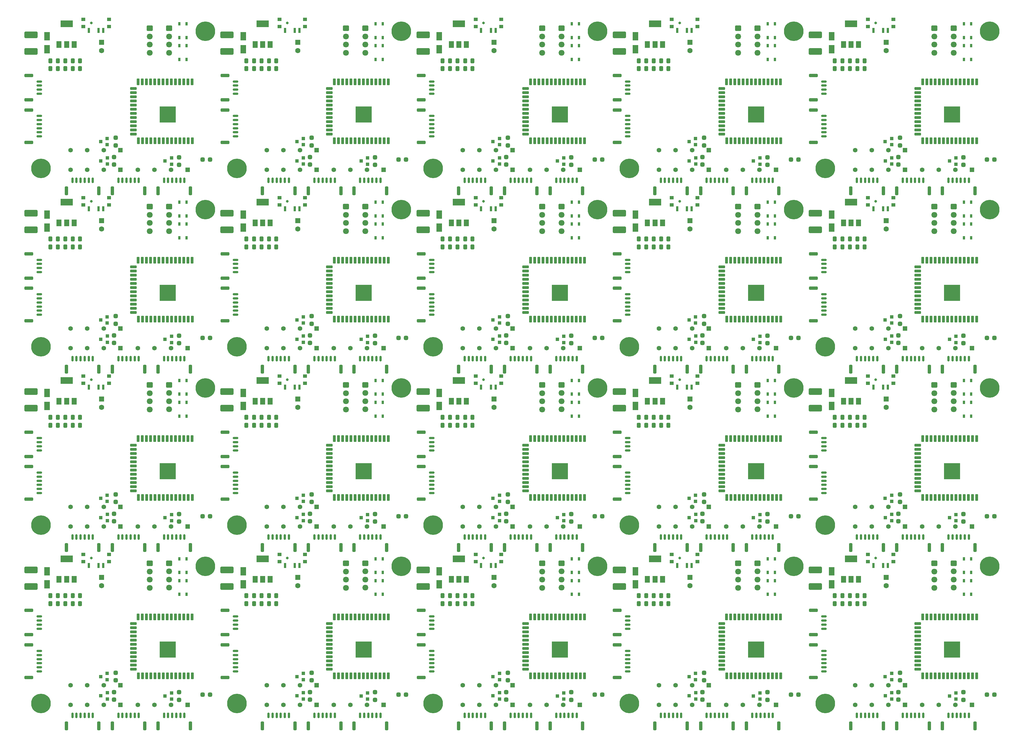
<source format=gbr>
%TF.GenerationSoftware,KiCad,Pcbnew,8.0.4*%
%TF.CreationDate,2024-11-04T15:19:50+09:00*%
%TF.ProjectId,L-SEAT V2.0,4c2d5345-4154-4205-9632-2e302e6b6963,rev?*%
%TF.SameCoordinates,Original*%
%TF.FileFunction,Soldermask,Bot*%
%TF.FilePolarity,Negative*%
%FSLAX46Y46*%
G04 Gerber Fmt 4.6, Leading zero omitted, Abs format (unit mm)*
G04 Created by KiCad (PCBNEW 8.0.4) date 2024-11-04 15:19:50*
%MOMM*%
%LPD*%
G01*
G04 APERTURE LIST*
G04 Aperture macros list*
%AMRoundRect*
0 Rectangle with rounded corners*
0 $1 Rounding radius*
0 $2 $3 $4 $5 $6 $7 $8 $9 X,Y pos of 4 corners*
0 Add a 4 corners polygon primitive as box body*
4,1,4,$2,$3,$4,$5,$6,$7,$8,$9,$2,$3,0*
0 Add four circle primitives for the rounded corners*
1,1,$1+$1,$2,$3*
1,1,$1+$1,$4,$5*
1,1,$1+$1,$6,$7*
1,1,$1+$1,$8,$9*
0 Add four rect primitives between the rounded corners*
20,1,$1+$1,$2,$3,$4,$5,0*
20,1,$1+$1,$4,$5,$6,$7,0*
20,1,$1+$1,$6,$7,$8,$9,0*
20,1,$1+$1,$8,$9,$2,$3,0*%
G04 Aperture macros list end*
%ADD10RoundRect,0.325000X-0.325000X0.325000X-0.325000X-0.325000X0.325000X-0.325000X0.325000X0.325000X0*%
%ADD11RoundRect,0.325000X-0.325000X-0.325000X0.325000X-0.325000X0.325000X0.325000X-0.325000X0.325000X0*%
%ADD12RoundRect,0.294118X1.705882X-0.705882X1.705882X0.705882X-1.705882X0.705882X-1.705882X-0.705882X0*%
%ADD13RoundRect,0.312500X-0.312500X0.437500X-0.312500X-0.437500X0.312500X-0.437500X0.312500X0.437500X0*%
%ADD14RoundRect,0.150000X0.700000X-0.150000X0.700000X0.150000X-0.700000X0.150000X-0.700000X-0.150000X0*%
%ADD15RoundRect,0.250000X1.100000X-0.250000X1.100000X0.250000X-1.100000X0.250000X-1.100000X-0.250000X0*%
%ADD16RoundRect,0.150000X0.150000X0.700000X-0.150000X0.700000X-0.150000X-0.700000X0.150000X-0.700000X0*%
%ADD17RoundRect,0.250000X0.250000X1.100000X-0.250000X1.100000X-0.250000X-1.100000X0.250000X-1.100000X0*%
%ADD18R,1.100000X1.000000*%
%ADD19R,0.700000X1.100000*%
%ADD20RoundRect,0.225000X0.225000X-0.775000X0.225000X0.775000X-0.225000X0.775000X-0.225000X-0.775000X0*%
%ADD21RoundRect,0.225000X-0.775000X-0.225000X0.775000X-0.225000X0.775000X0.225000X-0.775000X0.225000X0*%
%ADD22R,5.000000X5.000000*%
%ADD23RoundRect,0.249900X-0.675100X0.600100X-0.675100X-0.600100X0.675100X-0.600100X0.675100X0.600100X0*%
%ADD24O,1.850000X1.700000*%
%ADD25R,1.500000X2.000000*%
%ADD26R,3.800000X2.000000*%
%ADD27R,1.800000X2.500000*%
%ADD28R,1.400000X1.400000*%
%ADD29C,1.400000*%
%ADD30C,0.800000*%
%ADD31R,0.800000X1.600000*%
%ADD32R,1.200000X1.000000*%
%ADD33C,6.000000*%
%ADD34R,1.600000X1.600000*%
%ADD35C,1.600000*%
G04 APERTURE END LIST*
D10*
%TO.C,R6*%
X304262000Y-252058000D03*
X304262000Y-254358000D03*
%TD*%
D11*
%TO.C,R4*%
X330845000Y-258740000D03*
X333145000Y-258740000D03*
%TD*%
D12*
%TO.C,J1*%
X278360000Y-225605000D03*
%TD*%
D13*
%TO.C,C7*%
X293395000Y-228440000D03*
X293395000Y-230840000D03*
%TD*%
D14*
%TO.C,J6*%
X280940000Y-238550000D03*
X280940000Y-237300000D03*
X280940000Y-236050000D03*
X280940000Y-234800000D03*
D15*
X277740000Y-240400000D03*
X277740000Y-232950000D03*
%TD*%
D13*
%TO.C,C5*%
X288895000Y-228440000D03*
X288895000Y-230840000D03*
%TD*%
%TO.C,C6*%
X291195000Y-228440000D03*
X291195000Y-230840000D03*
%TD*%
D16*
%TO.C,J05*%
X311346000Y-265074000D03*
X310096000Y-265074000D03*
X308846000Y-265074000D03*
X307596000Y-265074000D03*
X306346000Y-265074000D03*
X305096000Y-265074000D03*
D17*
X313196000Y-268274000D03*
X303246000Y-268274000D03*
%TD*%
D16*
%TO.C,J3*%
X297295000Y-265074000D03*
X296045000Y-265074000D03*
X294795000Y-265074000D03*
X293545000Y-265074000D03*
X292295000Y-265074000D03*
X291045000Y-265074000D03*
D17*
X299145000Y-268274000D03*
X289195000Y-268274000D03*
%TD*%
D18*
%TO.C,Q13*%
X301722000Y-258166000D03*
X301722000Y-260066000D03*
X299722000Y-259116000D03*
%TD*%
%TO.C,Q24*%
X321380000Y-258220000D03*
X321380000Y-260120000D03*
X319380000Y-259170000D03*
%TD*%
D19*
%TO.C,SW3*%
X323795000Y-217140000D03*
X323795000Y-221340000D03*
X325995000Y-217140000D03*
X325995000Y-221340000D03*
%TD*%
D14*
%TO.C,J8*%
X280940000Y-251615000D03*
X280940000Y-250365000D03*
X280940000Y-249115000D03*
X280940000Y-247865000D03*
X280940000Y-246615000D03*
X280940000Y-245365000D03*
D15*
X277740000Y-253465000D03*
X277740000Y-243515000D03*
%TD*%
D20*
%TO.C,U2*%
X327710000Y-252940000D03*
X326440000Y-252940000D03*
X325170000Y-252940000D03*
X323900000Y-252940000D03*
X322630000Y-252940000D03*
X321360000Y-252940000D03*
X320090000Y-252940000D03*
X318820000Y-252940000D03*
X317550000Y-252940000D03*
X316280000Y-252940000D03*
X315010000Y-252940000D03*
X313740000Y-252940000D03*
X312470000Y-252940000D03*
X311200000Y-252940000D03*
D21*
X309680000Y-250930000D03*
X309680000Y-249655000D03*
X309680000Y-248380000D03*
X309680000Y-247110000D03*
X309680000Y-245840000D03*
X309680000Y-244580000D03*
X309680000Y-243310000D03*
X309680000Y-242040000D03*
X309680000Y-240770000D03*
X309680000Y-239495000D03*
X309680000Y-238230000D03*
X309680000Y-236960000D03*
D20*
X311190000Y-234950000D03*
X312460000Y-234950000D03*
X313730000Y-234950000D03*
X315000000Y-234950000D03*
X316270000Y-234950000D03*
X317540000Y-234950000D03*
X318810000Y-234950000D03*
X320080000Y-234950000D03*
X321350000Y-234950000D03*
X322620000Y-234950000D03*
X323890000Y-234950000D03*
X325160000Y-234950000D03*
X326430000Y-234950000D03*
X327700000Y-234950000D03*
D22*
X320195000Y-244940000D03*
%TD*%
D10*
%TO.C,R62*%
X323650000Y-258010000D03*
X323650000Y-260310000D03*
%TD*%
D19*
%TO.C,SW6*%
X323795000Y-223840000D03*
X323795000Y-228040000D03*
X325995000Y-223840000D03*
X325995000Y-228040000D03*
%TD*%
D12*
%TO.C,J2*%
X278360000Y-220520000D03*
%TD*%
D23*
%TO.C,J4*%
X320660000Y-218500000D03*
D24*
X320660000Y-221000000D03*
X320660000Y-223500000D03*
X320660000Y-226000000D03*
%TD*%
D13*
%TO.C,C2*%
X284295000Y-228440000D03*
X284295000Y-230840000D03*
%TD*%
D10*
%TO.C,R7*%
X303754000Y-257966000D03*
X303754000Y-260266000D03*
%TD*%
D18*
%TO.C,Q12*%
X301706000Y-252258000D03*
X301706000Y-254158000D03*
X299706000Y-253208000D03*
%TD*%
D25*
%TO.C,U1*%
X291570000Y-223470000D03*
X289270000Y-223470000D03*
X286970000Y-223470000D03*
D26*
X289270000Y-217170000D03*
%TD*%
D13*
%TO.C,C4*%
X286595000Y-228440000D03*
X286595000Y-230840000D03*
%TD*%
D27*
%TO.C,D1*%
X283290000Y-224940000D03*
X283290000Y-220940000D03*
%TD*%
D23*
%TO.C,J11*%
X314745000Y-218520000D03*
D24*
X314745000Y-221020000D03*
X314745000Y-223520000D03*
X314745000Y-226020000D03*
%TD*%
D16*
%TO.C,J20*%
X325316000Y-265074000D03*
X324066000Y-265074000D03*
X322816000Y-265074000D03*
X321566000Y-265074000D03*
X320316000Y-265074000D03*
X319066000Y-265074000D03*
D17*
X327166000Y-268274000D03*
X317216000Y-268274000D03*
%TD*%
D28*
%TO.C,K1*%
X305732500Y-255817500D03*
D29*
X300652500Y-255817500D03*
X295572500Y-255817500D03*
X290492500Y-255817500D03*
%TD*%
D30*
%TO.C,SW1*%
X296820000Y-216900000D03*
D31*
X296070000Y-219200000D03*
X299070000Y-219200000D03*
X300520000Y-219200000D03*
D32*
X302220000Y-215800000D03*
X294420000Y-215800000D03*
X302220000Y-218000000D03*
X294420000Y-218000000D03*
%TD*%
D33*
%TO.C,H1*%
X331695000Y-219440000D03*
%TD*%
%TO.C,H2*%
X281395000Y-261440000D03*
%TD*%
D28*
%TO.C,K6*%
X326290000Y-261870000D03*
D29*
X321210000Y-261870000D03*
X316130000Y-261870000D03*
X311050000Y-261870000D03*
%TD*%
D28*
%TO.C,K2*%
X305732500Y-261877500D03*
D29*
X300652500Y-261877500D03*
X295572500Y-261877500D03*
X290492500Y-261877500D03*
%TD*%
D34*
%TO.C,C8*%
X300010000Y-222850000D03*
D35*
X300010000Y-225350000D03*
%TD*%
D10*
%TO.C,R6*%
X244262000Y-252058000D03*
X244262000Y-254358000D03*
%TD*%
D11*
%TO.C,R4*%
X270845000Y-258740000D03*
X273145000Y-258740000D03*
%TD*%
D12*
%TO.C,J1*%
X218360000Y-225605000D03*
%TD*%
D13*
%TO.C,C7*%
X233395000Y-228440000D03*
X233395000Y-230840000D03*
%TD*%
D14*
%TO.C,J6*%
X220940000Y-238550000D03*
X220940000Y-237300000D03*
X220940000Y-236050000D03*
X220940000Y-234800000D03*
D15*
X217740000Y-240400000D03*
X217740000Y-232950000D03*
%TD*%
D13*
%TO.C,C5*%
X228895000Y-228440000D03*
X228895000Y-230840000D03*
%TD*%
%TO.C,C6*%
X231195000Y-228440000D03*
X231195000Y-230840000D03*
%TD*%
D16*
%TO.C,J05*%
X251346000Y-265074000D03*
X250096000Y-265074000D03*
X248846000Y-265074000D03*
X247596000Y-265074000D03*
X246346000Y-265074000D03*
X245096000Y-265074000D03*
D17*
X253196000Y-268274000D03*
X243246000Y-268274000D03*
%TD*%
D16*
%TO.C,J3*%
X237295000Y-265074000D03*
X236045000Y-265074000D03*
X234795000Y-265074000D03*
X233545000Y-265074000D03*
X232295000Y-265074000D03*
X231045000Y-265074000D03*
D17*
X239145000Y-268274000D03*
X229195000Y-268274000D03*
%TD*%
D18*
%TO.C,Q13*%
X241722000Y-258166000D03*
X241722000Y-260066000D03*
X239722000Y-259116000D03*
%TD*%
%TO.C,Q24*%
X261380000Y-258220000D03*
X261380000Y-260120000D03*
X259380000Y-259170000D03*
%TD*%
D19*
%TO.C,SW3*%
X263795000Y-217140000D03*
X263795000Y-221340000D03*
X265995000Y-217140000D03*
X265995000Y-221340000D03*
%TD*%
D14*
%TO.C,J8*%
X220940000Y-251615000D03*
X220940000Y-250365000D03*
X220940000Y-249115000D03*
X220940000Y-247865000D03*
X220940000Y-246615000D03*
X220940000Y-245365000D03*
D15*
X217740000Y-253465000D03*
X217740000Y-243515000D03*
%TD*%
D20*
%TO.C,U2*%
X267710000Y-252940000D03*
X266440000Y-252940000D03*
X265170000Y-252940000D03*
X263900000Y-252940000D03*
X262630000Y-252940000D03*
X261360000Y-252940000D03*
X260090000Y-252940000D03*
X258820000Y-252940000D03*
X257550000Y-252940000D03*
X256280000Y-252940000D03*
X255010000Y-252940000D03*
X253740000Y-252940000D03*
X252470000Y-252940000D03*
X251200000Y-252940000D03*
D21*
X249680000Y-250930000D03*
X249680000Y-249655000D03*
X249680000Y-248380000D03*
X249680000Y-247110000D03*
X249680000Y-245840000D03*
X249680000Y-244580000D03*
X249680000Y-243310000D03*
X249680000Y-242040000D03*
X249680000Y-240770000D03*
X249680000Y-239495000D03*
X249680000Y-238230000D03*
X249680000Y-236960000D03*
D20*
X251190000Y-234950000D03*
X252460000Y-234950000D03*
X253730000Y-234950000D03*
X255000000Y-234950000D03*
X256270000Y-234950000D03*
X257540000Y-234950000D03*
X258810000Y-234950000D03*
X260080000Y-234950000D03*
X261350000Y-234950000D03*
X262620000Y-234950000D03*
X263890000Y-234950000D03*
X265160000Y-234950000D03*
X266430000Y-234950000D03*
X267700000Y-234950000D03*
D22*
X260195000Y-244940000D03*
%TD*%
D10*
%TO.C,R62*%
X263650000Y-258010000D03*
X263650000Y-260310000D03*
%TD*%
D19*
%TO.C,SW6*%
X263795000Y-223840000D03*
X263795000Y-228040000D03*
X265995000Y-223840000D03*
X265995000Y-228040000D03*
%TD*%
D12*
%TO.C,J2*%
X218360000Y-220520000D03*
%TD*%
D23*
%TO.C,J4*%
X260660000Y-218500000D03*
D24*
X260660000Y-221000000D03*
X260660000Y-223500000D03*
X260660000Y-226000000D03*
%TD*%
D13*
%TO.C,C2*%
X224295000Y-228440000D03*
X224295000Y-230840000D03*
%TD*%
D10*
%TO.C,R7*%
X243754000Y-257966000D03*
X243754000Y-260266000D03*
%TD*%
D18*
%TO.C,Q12*%
X241706000Y-252258000D03*
X241706000Y-254158000D03*
X239706000Y-253208000D03*
%TD*%
D25*
%TO.C,U1*%
X231570000Y-223470000D03*
X229270000Y-223470000D03*
X226970000Y-223470000D03*
D26*
X229270000Y-217170000D03*
%TD*%
D13*
%TO.C,C4*%
X226595000Y-228440000D03*
X226595000Y-230840000D03*
%TD*%
D27*
%TO.C,D1*%
X223290000Y-224940000D03*
X223290000Y-220940000D03*
%TD*%
D23*
%TO.C,J11*%
X254745000Y-218520000D03*
D24*
X254745000Y-221020000D03*
X254745000Y-223520000D03*
X254745000Y-226020000D03*
%TD*%
D16*
%TO.C,J20*%
X265316000Y-265074000D03*
X264066000Y-265074000D03*
X262816000Y-265074000D03*
X261566000Y-265074000D03*
X260316000Y-265074000D03*
X259066000Y-265074000D03*
D17*
X267166000Y-268274000D03*
X257216000Y-268274000D03*
%TD*%
D28*
%TO.C,K1*%
X245732500Y-255817500D03*
D29*
X240652500Y-255817500D03*
X235572500Y-255817500D03*
X230492500Y-255817500D03*
%TD*%
D30*
%TO.C,SW1*%
X236820000Y-216900000D03*
D31*
X236070000Y-219200000D03*
X239070000Y-219200000D03*
X240520000Y-219200000D03*
D32*
X242220000Y-215800000D03*
X234420000Y-215800000D03*
X242220000Y-218000000D03*
X234420000Y-218000000D03*
%TD*%
D33*
%TO.C,H1*%
X271695000Y-219440000D03*
%TD*%
%TO.C,H2*%
X221395000Y-261440000D03*
%TD*%
D28*
%TO.C,K6*%
X266290000Y-261870000D03*
D29*
X261210000Y-261870000D03*
X256130000Y-261870000D03*
X251050000Y-261870000D03*
%TD*%
D28*
%TO.C,K2*%
X245732500Y-261877500D03*
D29*
X240652500Y-261877500D03*
X235572500Y-261877500D03*
X230492500Y-261877500D03*
%TD*%
D34*
%TO.C,C8*%
X240010000Y-222850000D03*
D35*
X240010000Y-225350000D03*
%TD*%
D10*
%TO.C,R6*%
X184262000Y-252058000D03*
X184262000Y-254358000D03*
%TD*%
D11*
%TO.C,R4*%
X210845000Y-258740000D03*
X213145000Y-258740000D03*
%TD*%
D12*
%TO.C,J1*%
X158360000Y-225605000D03*
%TD*%
D13*
%TO.C,C7*%
X173395000Y-228440000D03*
X173395000Y-230840000D03*
%TD*%
D14*
%TO.C,J6*%
X160940000Y-238550000D03*
X160940000Y-237300000D03*
X160940000Y-236050000D03*
X160940000Y-234800000D03*
D15*
X157740000Y-240400000D03*
X157740000Y-232950000D03*
%TD*%
D13*
%TO.C,C5*%
X168895000Y-228440000D03*
X168895000Y-230840000D03*
%TD*%
%TO.C,C6*%
X171195000Y-228440000D03*
X171195000Y-230840000D03*
%TD*%
D16*
%TO.C,J05*%
X191346000Y-265074000D03*
X190096000Y-265074000D03*
X188846000Y-265074000D03*
X187596000Y-265074000D03*
X186346000Y-265074000D03*
X185096000Y-265074000D03*
D17*
X193196000Y-268274000D03*
X183246000Y-268274000D03*
%TD*%
D16*
%TO.C,J3*%
X177295000Y-265074000D03*
X176045000Y-265074000D03*
X174795000Y-265074000D03*
X173545000Y-265074000D03*
X172295000Y-265074000D03*
X171045000Y-265074000D03*
D17*
X179145000Y-268274000D03*
X169195000Y-268274000D03*
%TD*%
D18*
%TO.C,Q13*%
X181722000Y-258166000D03*
X181722000Y-260066000D03*
X179722000Y-259116000D03*
%TD*%
%TO.C,Q24*%
X201380000Y-258220000D03*
X201380000Y-260120000D03*
X199380000Y-259170000D03*
%TD*%
D19*
%TO.C,SW3*%
X203795000Y-217140000D03*
X203795000Y-221340000D03*
X205995000Y-217140000D03*
X205995000Y-221340000D03*
%TD*%
D14*
%TO.C,J8*%
X160940000Y-251615000D03*
X160940000Y-250365000D03*
X160940000Y-249115000D03*
X160940000Y-247865000D03*
X160940000Y-246615000D03*
X160940000Y-245365000D03*
D15*
X157740000Y-253465000D03*
X157740000Y-243515000D03*
%TD*%
D20*
%TO.C,U2*%
X207710000Y-252940000D03*
X206440000Y-252940000D03*
X205170000Y-252940000D03*
X203900000Y-252940000D03*
X202630000Y-252940000D03*
X201360000Y-252940000D03*
X200090000Y-252940000D03*
X198820000Y-252940000D03*
X197550000Y-252940000D03*
X196280000Y-252940000D03*
X195010000Y-252940000D03*
X193740000Y-252940000D03*
X192470000Y-252940000D03*
X191200000Y-252940000D03*
D21*
X189680000Y-250930000D03*
X189680000Y-249655000D03*
X189680000Y-248380000D03*
X189680000Y-247110000D03*
X189680000Y-245840000D03*
X189680000Y-244580000D03*
X189680000Y-243310000D03*
X189680000Y-242040000D03*
X189680000Y-240770000D03*
X189680000Y-239495000D03*
X189680000Y-238230000D03*
X189680000Y-236960000D03*
D20*
X191190000Y-234950000D03*
X192460000Y-234950000D03*
X193730000Y-234950000D03*
X195000000Y-234950000D03*
X196270000Y-234950000D03*
X197540000Y-234950000D03*
X198810000Y-234950000D03*
X200080000Y-234950000D03*
X201350000Y-234950000D03*
X202620000Y-234950000D03*
X203890000Y-234950000D03*
X205160000Y-234950000D03*
X206430000Y-234950000D03*
X207700000Y-234950000D03*
D22*
X200195000Y-244940000D03*
%TD*%
D10*
%TO.C,R62*%
X203650000Y-258010000D03*
X203650000Y-260310000D03*
%TD*%
D19*
%TO.C,SW6*%
X203795000Y-223840000D03*
X203795000Y-228040000D03*
X205995000Y-223840000D03*
X205995000Y-228040000D03*
%TD*%
D12*
%TO.C,J2*%
X158360000Y-220520000D03*
%TD*%
D23*
%TO.C,J4*%
X200660000Y-218500000D03*
D24*
X200660000Y-221000000D03*
X200660000Y-223500000D03*
X200660000Y-226000000D03*
%TD*%
D13*
%TO.C,C2*%
X164295000Y-228440000D03*
X164295000Y-230840000D03*
%TD*%
D10*
%TO.C,R7*%
X183754000Y-257966000D03*
X183754000Y-260266000D03*
%TD*%
D18*
%TO.C,Q12*%
X181706000Y-252258000D03*
X181706000Y-254158000D03*
X179706000Y-253208000D03*
%TD*%
D25*
%TO.C,U1*%
X171570000Y-223470000D03*
X169270000Y-223470000D03*
X166970000Y-223470000D03*
D26*
X169270000Y-217170000D03*
%TD*%
D13*
%TO.C,C4*%
X166595000Y-228440000D03*
X166595000Y-230840000D03*
%TD*%
D27*
%TO.C,D1*%
X163290000Y-224940000D03*
X163290000Y-220940000D03*
%TD*%
D23*
%TO.C,J11*%
X194745000Y-218520000D03*
D24*
X194745000Y-221020000D03*
X194745000Y-223520000D03*
X194745000Y-226020000D03*
%TD*%
D16*
%TO.C,J20*%
X205316000Y-265074000D03*
X204066000Y-265074000D03*
X202816000Y-265074000D03*
X201566000Y-265074000D03*
X200316000Y-265074000D03*
X199066000Y-265074000D03*
D17*
X207166000Y-268274000D03*
X197216000Y-268274000D03*
%TD*%
D28*
%TO.C,K1*%
X185732500Y-255817500D03*
D29*
X180652500Y-255817500D03*
X175572500Y-255817500D03*
X170492500Y-255817500D03*
%TD*%
D30*
%TO.C,SW1*%
X176820000Y-216900000D03*
D31*
X176070000Y-219200000D03*
X179070000Y-219200000D03*
X180520000Y-219200000D03*
D32*
X182220000Y-215800000D03*
X174420000Y-215800000D03*
X182220000Y-218000000D03*
X174420000Y-218000000D03*
%TD*%
D33*
%TO.C,H1*%
X211695000Y-219440000D03*
%TD*%
%TO.C,H2*%
X161395000Y-261440000D03*
%TD*%
D28*
%TO.C,K6*%
X206290000Y-261870000D03*
D29*
X201210000Y-261870000D03*
X196130000Y-261870000D03*
X191050000Y-261870000D03*
%TD*%
D28*
%TO.C,K2*%
X185732500Y-261877500D03*
D29*
X180652500Y-261877500D03*
X175572500Y-261877500D03*
X170492500Y-261877500D03*
%TD*%
D34*
%TO.C,C8*%
X180010000Y-222850000D03*
D35*
X180010000Y-225350000D03*
%TD*%
D10*
%TO.C,R6*%
X124262000Y-252058000D03*
X124262000Y-254358000D03*
%TD*%
D11*
%TO.C,R4*%
X150845000Y-258740000D03*
X153145000Y-258740000D03*
%TD*%
D12*
%TO.C,J1*%
X98360000Y-225605000D03*
%TD*%
D13*
%TO.C,C7*%
X113395000Y-228440000D03*
X113395000Y-230840000D03*
%TD*%
D14*
%TO.C,J6*%
X100940000Y-238550000D03*
X100940000Y-237300000D03*
X100940000Y-236050000D03*
X100940000Y-234800000D03*
D15*
X97740000Y-240400000D03*
X97740000Y-232950000D03*
%TD*%
D13*
%TO.C,C5*%
X108895000Y-228440000D03*
X108895000Y-230840000D03*
%TD*%
%TO.C,C6*%
X111195000Y-228440000D03*
X111195000Y-230840000D03*
%TD*%
D16*
%TO.C,J05*%
X131346000Y-265074000D03*
X130096000Y-265074000D03*
X128846000Y-265074000D03*
X127596000Y-265074000D03*
X126346000Y-265074000D03*
X125096000Y-265074000D03*
D17*
X133196000Y-268274000D03*
X123246000Y-268274000D03*
%TD*%
D16*
%TO.C,J3*%
X117295000Y-265074000D03*
X116045000Y-265074000D03*
X114795000Y-265074000D03*
X113545000Y-265074000D03*
X112295000Y-265074000D03*
X111045000Y-265074000D03*
D17*
X119145000Y-268274000D03*
X109195000Y-268274000D03*
%TD*%
D18*
%TO.C,Q13*%
X121722000Y-258166000D03*
X121722000Y-260066000D03*
X119722000Y-259116000D03*
%TD*%
%TO.C,Q24*%
X141380000Y-258220000D03*
X141380000Y-260120000D03*
X139380000Y-259170000D03*
%TD*%
D19*
%TO.C,SW3*%
X143795000Y-217140000D03*
X143795000Y-221340000D03*
X145995000Y-217140000D03*
X145995000Y-221340000D03*
%TD*%
D14*
%TO.C,J8*%
X100940000Y-251615000D03*
X100940000Y-250365000D03*
X100940000Y-249115000D03*
X100940000Y-247865000D03*
X100940000Y-246615000D03*
X100940000Y-245365000D03*
D15*
X97740000Y-253465000D03*
X97740000Y-243515000D03*
%TD*%
D20*
%TO.C,U2*%
X147710000Y-252940000D03*
X146440000Y-252940000D03*
X145170000Y-252940000D03*
X143900000Y-252940000D03*
X142630000Y-252940000D03*
X141360000Y-252940000D03*
X140090000Y-252940000D03*
X138820000Y-252940000D03*
X137550000Y-252940000D03*
X136280000Y-252940000D03*
X135010000Y-252940000D03*
X133740000Y-252940000D03*
X132470000Y-252940000D03*
X131200000Y-252940000D03*
D21*
X129680000Y-250930000D03*
X129680000Y-249655000D03*
X129680000Y-248380000D03*
X129680000Y-247110000D03*
X129680000Y-245840000D03*
X129680000Y-244580000D03*
X129680000Y-243310000D03*
X129680000Y-242040000D03*
X129680000Y-240770000D03*
X129680000Y-239495000D03*
X129680000Y-238230000D03*
X129680000Y-236960000D03*
D20*
X131190000Y-234950000D03*
X132460000Y-234950000D03*
X133730000Y-234950000D03*
X135000000Y-234950000D03*
X136270000Y-234950000D03*
X137540000Y-234950000D03*
X138810000Y-234950000D03*
X140080000Y-234950000D03*
X141350000Y-234950000D03*
X142620000Y-234950000D03*
X143890000Y-234950000D03*
X145160000Y-234950000D03*
X146430000Y-234950000D03*
X147700000Y-234950000D03*
D22*
X140195000Y-244940000D03*
%TD*%
D10*
%TO.C,R62*%
X143650000Y-258010000D03*
X143650000Y-260310000D03*
%TD*%
D19*
%TO.C,SW6*%
X143795000Y-223840000D03*
X143795000Y-228040000D03*
X145995000Y-223840000D03*
X145995000Y-228040000D03*
%TD*%
D12*
%TO.C,J2*%
X98360000Y-220520000D03*
%TD*%
D23*
%TO.C,J4*%
X140660000Y-218500000D03*
D24*
X140660000Y-221000000D03*
X140660000Y-223500000D03*
X140660000Y-226000000D03*
%TD*%
D13*
%TO.C,C2*%
X104295000Y-228440000D03*
X104295000Y-230840000D03*
%TD*%
D10*
%TO.C,R7*%
X123754000Y-257966000D03*
X123754000Y-260266000D03*
%TD*%
D18*
%TO.C,Q12*%
X121706000Y-252258000D03*
X121706000Y-254158000D03*
X119706000Y-253208000D03*
%TD*%
D25*
%TO.C,U1*%
X111570000Y-223470000D03*
X109270000Y-223470000D03*
X106970000Y-223470000D03*
D26*
X109270000Y-217170000D03*
%TD*%
D13*
%TO.C,C4*%
X106595000Y-228440000D03*
X106595000Y-230840000D03*
%TD*%
D27*
%TO.C,D1*%
X103290000Y-224940000D03*
X103290000Y-220940000D03*
%TD*%
D23*
%TO.C,J11*%
X134745000Y-218520000D03*
D24*
X134745000Y-221020000D03*
X134745000Y-223520000D03*
X134745000Y-226020000D03*
%TD*%
D16*
%TO.C,J20*%
X145316000Y-265074000D03*
X144066000Y-265074000D03*
X142816000Y-265074000D03*
X141566000Y-265074000D03*
X140316000Y-265074000D03*
X139066000Y-265074000D03*
D17*
X147166000Y-268274000D03*
X137216000Y-268274000D03*
%TD*%
D28*
%TO.C,K1*%
X125732500Y-255817500D03*
D29*
X120652500Y-255817500D03*
X115572500Y-255817500D03*
X110492500Y-255817500D03*
%TD*%
D30*
%TO.C,SW1*%
X116820000Y-216900000D03*
D31*
X116070000Y-219200000D03*
X119070000Y-219200000D03*
X120520000Y-219200000D03*
D32*
X122220000Y-215800000D03*
X114420000Y-215800000D03*
X122220000Y-218000000D03*
X114420000Y-218000000D03*
%TD*%
D33*
%TO.C,H1*%
X151695000Y-219440000D03*
%TD*%
%TO.C,H2*%
X101395000Y-261440000D03*
%TD*%
D28*
%TO.C,K6*%
X146290000Y-261870000D03*
D29*
X141210000Y-261870000D03*
X136130000Y-261870000D03*
X131050000Y-261870000D03*
%TD*%
D28*
%TO.C,K2*%
X125732500Y-261877500D03*
D29*
X120652500Y-261877500D03*
X115572500Y-261877500D03*
X110492500Y-261877500D03*
%TD*%
D34*
%TO.C,C8*%
X120010000Y-222850000D03*
D35*
X120010000Y-225350000D03*
%TD*%
D10*
%TO.C,R6*%
X64262000Y-252058000D03*
X64262000Y-254358000D03*
%TD*%
D11*
%TO.C,R4*%
X90845000Y-258740000D03*
X93145000Y-258740000D03*
%TD*%
D12*
%TO.C,J1*%
X38360000Y-225605000D03*
%TD*%
D13*
%TO.C,C7*%
X53395000Y-228440000D03*
X53395000Y-230840000D03*
%TD*%
D14*
%TO.C,J6*%
X40940000Y-238550000D03*
X40940000Y-237300000D03*
X40940000Y-236050000D03*
X40940000Y-234800000D03*
D15*
X37740000Y-240400000D03*
X37740000Y-232950000D03*
%TD*%
D13*
%TO.C,C5*%
X48895000Y-228440000D03*
X48895000Y-230840000D03*
%TD*%
%TO.C,C6*%
X51195000Y-228440000D03*
X51195000Y-230840000D03*
%TD*%
D16*
%TO.C,J05*%
X71346000Y-265074000D03*
X70096000Y-265074000D03*
X68846000Y-265074000D03*
X67596000Y-265074000D03*
X66346000Y-265074000D03*
X65096000Y-265074000D03*
D17*
X73196000Y-268274000D03*
X63246000Y-268274000D03*
%TD*%
D16*
%TO.C,J3*%
X57295000Y-265074000D03*
X56045000Y-265074000D03*
X54795000Y-265074000D03*
X53545000Y-265074000D03*
X52295000Y-265074000D03*
X51045000Y-265074000D03*
D17*
X59145000Y-268274000D03*
X49195000Y-268274000D03*
%TD*%
D18*
%TO.C,Q13*%
X61722000Y-258166000D03*
X61722000Y-260066000D03*
X59722000Y-259116000D03*
%TD*%
%TO.C,Q24*%
X81380000Y-258220000D03*
X81380000Y-260120000D03*
X79380000Y-259170000D03*
%TD*%
D19*
%TO.C,SW3*%
X83795000Y-217140000D03*
X83795000Y-221340000D03*
X85995000Y-217140000D03*
X85995000Y-221340000D03*
%TD*%
D14*
%TO.C,J8*%
X40940000Y-251615000D03*
X40940000Y-250365000D03*
X40940000Y-249115000D03*
X40940000Y-247865000D03*
X40940000Y-246615000D03*
X40940000Y-245365000D03*
D15*
X37740000Y-253465000D03*
X37740000Y-243515000D03*
%TD*%
D20*
%TO.C,U2*%
X87710000Y-252940000D03*
X86440000Y-252940000D03*
X85170000Y-252940000D03*
X83900000Y-252940000D03*
X82630000Y-252940000D03*
X81360000Y-252940000D03*
X80090000Y-252940000D03*
X78820000Y-252940000D03*
X77550000Y-252940000D03*
X76280000Y-252940000D03*
X75010000Y-252940000D03*
X73740000Y-252940000D03*
X72470000Y-252940000D03*
X71200000Y-252940000D03*
D21*
X69680000Y-250930000D03*
X69680000Y-249655000D03*
X69680000Y-248380000D03*
X69680000Y-247110000D03*
X69680000Y-245840000D03*
X69680000Y-244580000D03*
X69680000Y-243310000D03*
X69680000Y-242040000D03*
X69680000Y-240770000D03*
X69680000Y-239495000D03*
X69680000Y-238230000D03*
X69680000Y-236960000D03*
D20*
X71190000Y-234950000D03*
X72460000Y-234950000D03*
X73730000Y-234950000D03*
X75000000Y-234950000D03*
X76270000Y-234950000D03*
X77540000Y-234950000D03*
X78810000Y-234950000D03*
X80080000Y-234950000D03*
X81350000Y-234950000D03*
X82620000Y-234950000D03*
X83890000Y-234950000D03*
X85160000Y-234950000D03*
X86430000Y-234950000D03*
X87700000Y-234950000D03*
D22*
X80195000Y-244940000D03*
%TD*%
D10*
%TO.C,R62*%
X83650000Y-258010000D03*
X83650000Y-260310000D03*
%TD*%
D19*
%TO.C,SW6*%
X83795000Y-223840000D03*
X83795000Y-228040000D03*
X85995000Y-223840000D03*
X85995000Y-228040000D03*
%TD*%
D12*
%TO.C,J2*%
X38360000Y-220520000D03*
%TD*%
D23*
%TO.C,J4*%
X80660000Y-218500000D03*
D24*
X80660000Y-221000000D03*
X80660000Y-223500000D03*
X80660000Y-226000000D03*
%TD*%
D13*
%TO.C,C2*%
X44295000Y-228440000D03*
X44295000Y-230840000D03*
%TD*%
D10*
%TO.C,R7*%
X63754000Y-257966000D03*
X63754000Y-260266000D03*
%TD*%
D18*
%TO.C,Q12*%
X61706000Y-252258000D03*
X61706000Y-254158000D03*
X59706000Y-253208000D03*
%TD*%
D25*
%TO.C,U1*%
X51570000Y-223470000D03*
X49270000Y-223470000D03*
X46970000Y-223470000D03*
D26*
X49270000Y-217170000D03*
%TD*%
D13*
%TO.C,C4*%
X46595000Y-228440000D03*
X46595000Y-230840000D03*
%TD*%
D27*
%TO.C,D1*%
X43290000Y-224940000D03*
X43290000Y-220940000D03*
%TD*%
D23*
%TO.C,J11*%
X74745000Y-218520000D03*
D24*
X74745000Y-221020000D03*
X74745000Y-223520000D03*
X74745000Y-226020000D03*
%TD*%
D16*
%TO.C,J20*%
X85316000Y-265074000D03*
X84066000Y-265074000D03*
X82816000Y-265074000D03*
X81566000Y-265074000D03*
X80316000Y-265074000D03*
X79066000Y-265074000D03*
D17*
X87166000Y-268274000D03*
X77216000Y-268274000D03*
%TD*%
D28*
%TO.C,K1*%
X65732500Y-255817500D03*
D29*
X60652500Y-255817500D03*
X55572500Y-255817500D03*
X50492500Y-255817500D03*
%TD*%
D30*
%TO.C,SW1*%
X56820000Y-216900000D03*
D31*
X56070000Y-219200000D03*
X59070000Y-219200000D03*
X60520000Y-219200000D03*
D32*
X62220000Y-215800000D03*
X54420000Y-215800000D03*
X62220000Y-218000000D03*
X54420000Y-218000000D03*
%TD*%
D33*
%TO.C,H1*%
X91695000Y-219440000D03*
%TD*%
%TO.C,H2*%
X41395000Y-261440000D03*
%TD*%
D28*
%TO.C,K6*%
X86290000Y-261870000D03*
D29*
X81210000Y-261870000D03*
X76130000Y-261870000D03*
X71050000Y-261870000D03*
%TD*%
D28*
%TO.C,K2*%
X65732500Y-261877500D03*
D29*
X60652500Y-261877500D03*
X55572500Y-261877500D03*
X50492500Y-261877500D03*
%TD*%
D34*
%TO.C,C8*%
X60010000Y-222850000D03*
D35*
X60010000Y-225350000D03*
%TD*%
D10*
%TO.C,R6*%
X304262000Y-197458000D03*
X304262000Y-199758000D03*
%TD*%
D11*
%TO.C,R4*%
X330845000Y-204140000D03*
X333145000Y-204140000D03*
%TD*%
D12*
%TO.C,J1*%
X278360000Y-171005000D03*
%TD*%
D13*
%TO.C,C7*%
X293395000Y-173840000D03*
X293395000Y-176240000D03*
%TD*%
D14*
%TO.C,J6*%
X280940000Y-183950000D03*
X280940000Y-182700000D03*
X280940000Y-181450000D03*
X280940000Y-180200000D03*
D15*
X277740000Y-185800000D03*
X277740000Y-178350000D03*
%TD*%
D13*
%TO.C,C5*%
X288895000Y-173840000D03*
X288895000Y-176240000D03*
%TD*%
%TO.C,C6*%
X291195000Y-173840000D03*
X291195000Y-176240000D03*
%TD*%
D16*
%TO.C,J05*%
X311346000Y-210474000D03*
X310096000Y-210474000D03*
X308846000Y-210474000D03*
X307596000Y-210474000D03*
X306346000Y-210474000D03*
X305096000Y-210474000D03*
D17*
X313196000Y-213674000D03*
X303246000Y-213674000D03*
%TD*%
D16*
%TO.C,J3*%
X297295000Y-210474000D03*
X296045000Y-210474000D03*
X294795000Y-210474000D03*
X293545000Y-210474000D03*
X292295000Y-210474000D03*
X291045000Y-210474000D03*
D17*
X299145000Y-213674000D03*
X289195000Y-213674000D03*
%TD*%
D18*
%TO.C,Q13*%
X301722000Y-203566000D03*
X301722000Y-205466000D03*
X299722000Y-204516000D03*
%TD*%
%TO.C,Q24*%
X321380000Y-203620000D03*
X321380000Y-205520000D03*
X319380000Y-204570000D03*
%TD*%
D19*
%TO.C,SW3*%
X323795000Y-162540000D03*
X323795000Y-166740000D03*
X325995000Y-162540000D03*
X325995000Y-166740000D03*
%TD*%
D14*
%TO.C,J8*%
X280940000Y-197015000D03*
X280940000Y-195765000D03*
X280940000Y-194515000D03*
X280940000Y-193265000D03*
X280940000Y-192015000D03*
X280940000Y-190765000D03*
D15*
X277740000Y-198865000D03*
X277740000Y-188915000D03*
%TD*%
D20*
%TO.C,U2*%
X327710000Y-198340000D03*
X326440000Y-198340000D03*
X325170000Y-198340000D03*
X323900000Y-198340000D03*
X322630000Y-198340000D03*
X321360000Y-198340000D03*
X320090000Y-198340000D03*
X318820000Y-198340000D03*
X317550000Y-198340000D03*
X316280000Y-198340000D03*
X315010000Y-198340000D03*
X313740000Y-198340000D03*
X312470000Y-198340000D03*
X311200000Y-198340000D03*
D21*
X309680000Y-196330000D03*
X309680000Y-195055000D03*
X309680000Y-193780000D03*
X309680000Y-192510000D03*
X309680000Y-191240000D03*
X309680000Y-189980000D03*
X309680000Y-188710000D03*
X309680000Y-187440000D03*
X309680000Y-186170000D03*
X309680000Y-184895000D03*
X309680000Y-183630000D03*
X309680000Y-182360000D03*
D20*
X311190000Y-180350000D03*
X312460000Y-180350000D03*
X313730000Y-180350000D03*
X315000000Y-180350000D03*
X316270000Y-180350000D03*
X317540000Y-180350000D03*
X318810000Y-180350000D03*
X320080000Y-180350000D03*
X321350000Y-180350000D03*
X322620000Y-180350000D03*
X323890000Y-180350000D03*
X325160000Y-180350000D03*
X326430000Y-180350000D03*
X327700000Y-180350000D03*
D22*
X320195000Y-190340000D03*
%TD*%
D10*
%TO.C,R62*%
X323650000Y-203410000D03*
X323650000Y-205710000D03*
%TD*%
D19*
%TO.C,SW6*%
X323795000Y-169240000D03*
X323795000Y-173440000D03*
X325995000Y-169240000D03*
X325995000Y-173440000D03*
%TD*%
D12*
%TO.C,J2*%
X278360000Y-165920000D03*
%TD*%
D23*
%TO.C,J4*%
X320660000Y-163900000D03*
D24*
X320660000Y-166400000D03*
X320660000Y-168900000D03*
X320660000Y-171400000D03*
%TD*%
D13*
%TO.C,C2*%
X284295000Y-173840000D03*
X284295000Y-176240000D03*
%TD*%
D10*
%TO.C,R7*%
X303754000Y-203366000D03*
X303754000Y-205666000D03*
%TD*%
D18*
%TO.C,Q12*%
X301706000Y-197658000D03*
X301706000Y-199558000D03*
X299706000Y-198608000D03*
%TD*%
D25*
%TO.C,U1*%
X291570000Y-168870000D03*
X289270000Y-168870000D03*
X286970000Y-168870000D03*
D26*
X289270000Y-162570000D03*
%TD*%
D13*
%TO.C,C4*%
X286595000Y-173840000D03*
X286595000Y-176240000D03*
%TD*%
D27*
%TO.C,D1*%
X283290000Y-170340000D03*
X283290000Y-166340000D03*
%TD*%
D23*
%TO.C,J11*%
X314745000Y-163920000D03*
D24*
X314745000Y-166420000D03*
X314745000Y-168920000D03*
X314745000Y-171420000D03*
%TD*%
D16*
%TO.C,J20*%
X325316000Y-210474000D03*
X324066000Y-210474000D03*
X322816000Y-210474000D03*
X321566000Y-210474000D03*
X320316000Y-210474000D03*
X319066000Y-210474000D03*
D17*
X327166000Y-213674000D03*
X317216000Y-213674000D03*
%TD*%
D28*
%TO.C,K1*%
X305732500Y-201217500D03*
D29*
X300652500Y-201217500D03*
X295572500Y-201217500D03*
X290492500Y-201217500D03*
%TD*%
D30*
%TO.C,SW1*%
X296820000Y-162300000D03*
D31*
X296070000Y-164600000D03*
X299070000Y-164600000D03*
X300520000Y-164600000D03*
D32*
X302220000Y-161200000D03*
X294420000Y-161200000D03*
X302220000Y-163400000D03*
X294420000Y-163400000D03*
%TD*%
D33*
%TO.C,H1*%
X331695000Y-164840000D03*
%TD*%
%TO.C,H2*%
X281395000Y-206840000D03*
%TD*%
D28*
%TO.C,K6*%
X326290000Y-207270000D03*
D29*
X321210000Y-207270000D03*
X316130000Y-207270000D03*
X311050000Y-207270000D03*
%TD*%
D28*
%TO.C,K2*%
X305732500Y-207277500D03*
D29*
X300652500Y-207277500D03*
X295572500Y-207277500D03*
X290492500Y-207277500D03*
%TD*%
D34*
%TO.C,C8*%
X300010000Y-168250000D03*
D35*
X300010000Y-170750000D03*
%TD*%
D10*
%TO.C,R6*%
X244262000Y-197458000D03*
X244262000Y-199758000D03*
%TD*%
D11*
%TO.C,R4*%
X270845000Y-204140000D03*
X273145000Y-204140000D03*
%TD*%
D12*
%TO.C,J1*%
X218360000Y-171005000D03*
%TD*%
D13*
%TO.C,C7*%
X233395000Y-173840000D03*
X233395000Y-176240000D03*
%TD*%
D14*
%TO.C,J6*%
X220940000Y-183950000D03*
X220940000Y-182700000D03*
X220940000Y-181450000D03*
X220940000Y-180200000D03*
D15*
X217740000Y-185800000D03*
X217740000Y-178350000D03*
%TD*%
D13*
%TO.C,C5*%
X228895000Y-173840000D03*
X228895000Y-176240000D03*
%TD*%
%TO.C,C6*%
X231195000Y-173840000D03*
X231195000Y-176240000D03*
%TD*%
D16*
%TO.C,J05*%
X251346000Y-210474000D03*
X250096000Y-210474000D03*
X248846000Y-210474000D03*
X247596000Y-210474000D03*
X246346000Y-210474000D03*
X245096000Y-210474000D03*
D17*
X253196000Y-213674000D03*
X243246000Y-213674000D03*
%TD*%
D16*
%TO.C,J3*%
X237295000Y-210474000D03*
X236045000Y-210474000D03*
X234795000Y-210474000D03*
X233545000Y-210474000D03*
X232295000Y-210474000D03*
X231045000Y-210474000D03*
D17*
X239145000Y-213674000D03*
X229195000Y-213674000D03*
%TD*%
D18*
%TO.C,Q13*%
X241722000Y-203566000D03*
X241722000Y-205466000D03*
X239722000Y-204516000D03*
%TD*%
%TO.C,Q24*%
X261380000Y-203620000D03*
X261380000Y-205520000D03*
X259380000Y-204570000D03*
%TD*%
D19*
%TO.C,SW3*%
X263795000Y-162540000D03*
X263795000Y-166740000D03*
X265995000Y-162540000D03*
X265995000Y-166740000D03*
%TD*%
D14*
%TO.C,J8*%
X220940000Y-197015000D03*
X220940000Y-195765000D03*
X220940000Y-194515000D03*
X220940000Y-193265000D03*
X220940000Y-192015000D03*
X220940000Y-190765000D03*
D15*
X217740000Y-198865000D03*
X217740000Y-188915000D03*
%TD*%
D20*
%TO.C,U2*%
X267710000Y-198340000D03*
X266440000Y-198340000D03*
X265170000Y-198340000D03*
X263900000Y-198340000D03*
X262630000Y-198340000D03*
X261360000Y-198340000D03*
X260090000Y-198340000D03*
X258820000Y-198340000D03*
X257550000Y-198340000D03*
X256280000Y-198340000D03*
X255010000Y-198340000D03*
X253740000Y-198340000D03*
X252470000Y-198340000D03*
X251200000Y-198340000D03*
D21*
X249680000Y-196330000D03*
X249680000Y-195055000D03*
X249680000Y-193780000D03*
X249680000Y-192510000D03*
X249680000Y-191240000D03*
X249680000Y-189980000D03*
X249680000Y-188710000D03*
X249680000Y-187440000D03*
X249680000Y-186170000D03*
X249680000Y-184895000D03*
X249680000Y-183630000D03*
X249680000Y-182360000D03*
D20*
X251190000Y-180350000D03*
X252460000Y-180350000D03*
X253730000Y-180350000D03*
X255000000Y-180350000D03*
X256270000Y-180350000D03*
X257540000Y-180350000D03*
X258810000Y-180350000D03*
X260080000Y-180350000D03*
X261350000Y-180350000D03*
X262620000Y-180350000D03*
X263890000Y-180350000D03*
X265160000Y-180350000D03*
X266430000Y-180350000D03*
X267700000Y-180350000D03*
D22*
X260195000Y-190340000D03*
%TD*%
D10*
%TO.C,R62*%
X263650000Y-203410000D03*
X263650000Y-205710000D03*
%TD*%
D19*
%TO.C,SW6*%
X263795000Y-169240000D03*
X263795000Y-173440000D03*
X265995000Y-169240000D03*
X265995000Y-173440000D03*
%TD*%
D12*
%TO.C,J2*%
X218360000Y-165920000D03*
%TD*%
D23*
%TO.C,J4*%
X260660000Y-163900000D03*
D24*
X260660000Y-166400000D03*
X260660000Y-168900000D03*
X260660000Y-171400000D03*
%TD*%
D13*
%TO.C,C2*%
X224295000Y-173840000D03*
X224295000Y-176240000D03*
%TD*%
D10*
%TO.C,R7*%
X243754000Y-203366000D03*
X243754000Y-205666000D03*
%TD*%
D18*
%TO.C,Q12*%
X241706000Y-197658000D03*
X241706000Y-199558000D03*
X239706000Y-198608000D03*
%TD*%
D25*
%TO.C,U1*%
X231570000Y-168870000D03*
X229270000Y-168870000D03*
X226970000Y-168870000D03*
D26*
X229270000Y-162570000D03*
%TD*%
D13*
%TO.C,C4*%
X226595000Y-173840000D03*
X226595000Y-176240000D03*
%TD*%
D27*
%TO.C,D1*%
X223290000Y-170340000D03*
X223290000Y-166340000D03*
%TD*%
D23*
%TO.C,J11*%
X254745000Y-163920000D03*
D24*
X254745000Y-166420000D03*
X254745000Y-168920000D03*
X254745000Y-171420000D03*
%TD*%
D16*
%TO.C,J20*%
X265316000Y-210474000D03*
X264066000Y-210474000D03*
X262816000Y-210474000D03*
X261566000Y-210474000D03*
X260316000Y-210474000D03*
X259066000Y-210474000D03*
D17*
X267166000Y-213674000D03*
X257216000Y-213674000D03*
%TD*%
D28*
%TO.C,K1*%
X245732500Y-201217500D03*
D29*
X240652500Y-201217500D03*
X235572500Y-201217500D03*
X230492500Y-201217500D03*
%TD*%
D30*
%TO.C,SW1*%
X236820000Y-162300000D03*
D31*
X236070000Y-164600000D03*
X239070000Y-164600000D03*
X240520000Y-164600000D03*
D32*
X242220000Y-161200000D03*
X234420000Y-161200000D03*
X242220000Y-163400000D03*
X234420000Y-163400000D03*
%TD*%
D33*
%TO.C,H1*%
X271695000Y-164840000D03*
%TD*%
%TO.C,H2*%
X221395000Y-206840000D03*
%TD*%
D28*
%TO.C,K6*%
X266290000Y-207270000D03*
D29*
X261210000Y-207270000D03*
X256130000Y-207270000D03*
X251050000Y-207270000D03*
%TD*%
D28*
%TO.C,K2*%
X245732500Y-207277500D03*
D29*
X240652500Y-207277500D03*
X235572500Y-207277500D03*
X230492500Y-207277500D03*
%TD*%
D34*
%TO.C,C8*%
X240010000Y-168250000D03*
D35*
X240010000Y-170750000D03*
%TD*%
D10*
%TO.C,R6*%
X184262000Y-197458000D03*
X184262000Y-199758000D03*
%TD*%
D11*
%TO.C,R4*%
X210845000Y-204140000D03*
X213145000Y-204140000D03*
%TD*%
D12*
%TO.C,J1*%
X158360000Y-171005000D03*
%TD*%
D13*
%TO.C,C7*%
X173395000Y-173840000D03*
X173395000Y-176240000D03*
%TD*%
D14*
%TO.C,J6*%
X160940000Y-183950000D03*
X160940000Y-182700000D03*
X160940000Y-181450000D03*
X160940000Y-180200000D03*
D15*
X157740000Y-185800000D03*
X157740000Y-178350000D03*
%TD*%
D13*
%TO.C,C5*%
X168895000Y-173840000D03*
X168895000Y-176240000D03*
%TD*%
%TO.C,C6*%
X171195000Y-173840000D03*
X171195000Y-176240000D03*
%TD*%
D16*
%TO.C,J05*%
X191346000Y-210474000D03*
X190096000Y-210474000D03*
X188846000Y-210474000D03*
X187596000Y-210474000D03*
X186346000Y-210474000D03*
X185096000Y-210474000D03*
D17*
X193196000Y-213674000D03*
X183246000Y-213674000D03*
%TD*%
D16*
%TO.C,J3*%
X177295000Y-210474000D03*
X176045000Y-210474000D03*
X174795000Y-210474000D03*
X173545000Y-210474000D03*
X172295000Y-210474000D03*
X171045000Y-210474000D03*
D17*
X179145000Y-213674000D03*
X169195000Y-213674000D03*
%TD*%
D18*
%TO.C,Q13*%
X181722000Y-203566000D03*
X181722000Y-205466000D03*
X179722000Y-204516000D03*
%TD*%
%TO.C,Q24*%
X201380000Y-203620000D03*
X201380000Y-205520000D03*
X199380000Y-204570000D03*
%TD*%
D19*
%TO.C,SW3*%
X203795000Y-162540000D03*
X203795000Y-166740000D03*
X205995000Y-162540000D03*
X205995000Y-166740000D03*
%TD*%
D14*
%TO.C,J8*%
X160940000Y-197015000D03*
X160940000Y-195765000D03*
X160940000Y-194515000D03*
X160940000Y-193265000D03*
X160940000Y-192015000D03*
X160940000Y-190765000D03*
D15*
X157740000Y-198865000D03*
X157740000Y-188915000D03*
%TD*%
D20*
%TO.C,U2*%
X207710000Y-198340000D03*
X206440000Y-198340000D03*
X205170000Y-198340000D03*
X203900000Y-198340000D03*
X202630000Y-198340000D03*
X201360000Y-198340000D03*
X200090000Y-198340000D03*
X198820000Y-198340000D03*
X197550000Y-198340000D03*
X196280000Y-198340000D03*
X195010000Y-198340000D03*
X193740000Y-198340000D03*
X192470000Y-198340000D03*
X191200000Y-198340000D03*
D21*
X189680000Y-196330000D03*
X189680000Y-195055000D03*
X189680000Y-193780000D03*
X189680000Y-192510000D03*
X189680000Y-191240000D03*
X189680000Y-189980000D03*
X189680000Y-188710000D03*
X189680000Y-187440000D03*
X189680000Y-186170000D03*
X189680000Y-184895000D03*
X189680000Y-183630000D03*
X189680000Y-182360000D03*
D20*
X191190000Y-180350000D03*
X192460000Y-180350000D03*
X193730000Y-180350000D03*
X195000000Y-180350000D03*
X196270000Y-180350000D03*
X197540000Y-180350000D03*
X198810000Y-180350000D03*
X200080000Y-180350000D03*
X201350000Y-180350000D03*
X202620000Y-180350000D03*
X203890000Y-180350000D03*
X205160000Y-180350000D03*
X206430000Y-180350000D03*
X207700000Y-180350000D03*
D22*
X200195000Y-190340000D03*
%TD*%
D10*
%TO.C,R62*%
X203650000Y-203410000D03*
X203650000Y-205710000D03*
%TD*%
D19*
%TO.C,SW6*%
X203795000Y-169240000D03*
X203795000Y-173440000D03*
X205995000Y-169240000D03*
X205995000Y-173440000D03*
%TD*%
D12*
%TO.C,J2*%
X158360000Y-165920000D03*
%TD*%
D23*
%TO.C,J4*%
X200660000Y-163900000D03*
D24*
X200660000Y-166400000D03*
X200660000Y-168900000D03*
X200660000Y-171400000D03*
%TD*%
D13*
%TO.C,C2*%
X164295000Y-173840000D03*
X164295000Y-176240000D03*
%TD*%
D10*
%TO.C,R7*%
X183754000Y-203366000D03*
X183754000Y-205666000D03*
%TD*%
D18*
%TO.C,Q12*%
X181706000Y-197658000D03*
X181706000Y-199558000D03*
X179706000Y-198608000D03*
%TD*%
D25*
%TO.C,U1*%
X171570000Y-168870000D03*
X169270000Y-168870000D03*
X166970000Y-168870000D03*
D26*
X169270000Y-162570000D03*
%TD*%
D13*
%TO.C,C4*%
X166595000Y-173840000D03*
X166595000Y-176240000D03*
%TD*%
D27*
%TO.C,D1*%
X163290000Y-170340000D03*
X163290000Y-166340000D03*
%TD*%
D23*
%TO.C,J11*%
X194745000Y-163920000D03*
D24*
X194745000Y-166420000D03*
X194745000Y-168920000D03*
X194745000Y-171420000D03*
%TD*%
D16*
%TO.C,J20*%
X205316000Y-210474000D03*
X204066000Y-210474000D03*
X202816000Y-210474000D03*
X201566000Y-210474000D03*
X200316000Y-210474000D03*
X199066000Y-210474000D03*
D17*
X207166000Y-213674000D03*
X197216000Y-213674000D03*
%TD*%
D28*
%TO.C,K1*%
X185732500Y-201217500D03*
D29*
X180652500Y-201217500D03*
X175572500Y-201217500D03*
X170492500Y-201217500D03*
%TD*%
D30*
%TO.C,SW1*%
X176820000Y-162300000D03*
D31*
X176070000Y-164600000D03*
X179070000Y-164600000D03*
X180520000Y-164600000D03*
D32*
X182220000Y-161200000D03*
X174420000Y-161200000D03*
X182220000Y-163400000D03*
X174420000Y-163400000D03*
%TD*%
D33*
%TO.C,H1*%
X211695000Y-164840000D03*
%TD*%
%TO.C,H2*%
X161395000Y-206840000D03*
%TD*%
D28*
%TO.C,K6*%
X206290000Y-207270000D03*
D29*
X201210000Y-207270000D03*
X196130000Y-207270000D03*
X191050000Y-207270000D03*
%TD*%
D28*
%TO.C,K2*%
X185732500Y-207277500D03*
D29*
X180652500Y-207277500D03*
X175572500Y-207277500D03*
X170492500Y-207277500D03*
%TD*%
D34*
%TO.C,C8*%
X180010000Y-168250000D03*
D35*
X180010000Y-170750000D03*
%TD*%
D10*
%TO.C,R6*%
X124262000Y-197458000D03*
X124262000Y-199758000D03*
%TD*%
D11*
%TO.C,R4*%
X150845000Y-204140000D03*
X153145000Y-204140000D03*
%TD*%
D12*
%TO.C,J1*%
X98360000Y-171005000D03*
%TD*%
D13*
%TO.C,C7*%
X113395000Y-173840000D03*
X113395000Y-176240000D03*
%TD*%
D14*
%TO.C,J6*%
X100940000Y-183950000D03*
X100940000Y-182700000D03*
X100940000Y-181450000D03*
X100940000Y-180200000D03*
D15*
X97740000Y-185800000D03*
X97740000Y-178350000D03*
%TD*%
D13*
%TO.C,C5*%
X108895000Y-173840000D03*
X108895000Y-176240000D03*
%TD*%
%TO.C,C6*%
X111195000Y-173840000D03*
X111195000Y-176240000D03*
%TD*%
D16*
%TO.C,J05*%
X131346000Y-210474000D03*
X130096000Y-210474000D03*
X128846000Y-210474000D03*
X127596000Y-210474000D03*
X126346000Y-210474000D03*
X125096000Y-210474000D03*
D17*
X133196000Y-213674000D03*
X123246000Y-213674000D03*
%TD*%
D16*
%TO.C,J3*%
X117295000Y-210474000D03*
X116045000Y-210474000D03*
X114795000Y-210474000D03*
X113545000Y-210474000D03*
X112295000Y-210474000D03*
X111045000Y-210474000D03*
D17*
X119145000Y-213674000D03*
X109195000Y-213674000D03*
%TD*%
D18*
%TO.C,Q13*%
X121722000Y-203566000D03*
X121722000Y-205466000D03*
X119722000Y-204516000D03*
%TD*%
%TO.C,Q24*%
X141380000Y-203620000D03*
X141380000Y-205520000D03*
X139380000Y-204570000D03*
%TD*%
D19*
%TO.C,SW3*%
X143795000Y-162540000D03*
X143795000Y-166740000D03*
X145995000Y-162540000D03*
X145995000Y-166740000D03*
%TD*%
D14*
%TO.C,J8*%
X100940000Y-197015000D03*
X100940000Y-195765000D03*
X100940000Y-194515000D03*
X100940000Y-193265000D03*
X100940000Y-192015000D03*
X100940000Y-190765000D03*
D15*
X97740000Y-198865000D03*
X97740000Y-188915000D03*
%TD*%
D20*
%TO.C,U2*%
X147710000Y-198340000D03*
X146440000Y-198340000D03*
X145170000Y-198340000D03*
X143900000Y-198340000D03*
X142630000Y-198340000D03*
X141360000Y-198340000D03*
X140090000Y-198340000D03*
X138820000Y-198340000D03*
X137550000Y-198340000D03*
X136280000Y-198340000D03*
X135010000Y-198340000D03*
X133740000Y-198340000D03*
X132470000Y-198340000D03*
X131200000Y-198340000D03*
D21*
X129680000Y-196330000D03*
X129680000Y-195055000D03*
X129680000Y-193780000D03*
X129680000Y-192510000D03*
X129680000Y-191240000D03*
X129680000Y-189980000D03*
X129680000Y-188710000D03*
X129680000Y-187440000D03*
X129680000Y-186170000D03*
X129680000Y-184895000D03*
X129680000Y-183630000D03*
X129680000Y-182360000D03*
D20*
X131190000Y-180350000D03*
X132460000Y-180350000D03*
X133730000Y-180350000D03*
X135000000Y-180350000D03*
X136270000Y-180350000D03*
X137540000Y-180350000D03*
X138810000Y-180350000D03*
X140080000Y-180350000D03*
X141350000Y-180350000D03*
X142620000Y-180350000D03*
X143890000Y-180350000D03*
X145160000Y-180350000D03*
X146430000Y-180350000D03*
X147700000Y-180350000D03*
D22*
X140195000Y-190340000D03*
%TD*%
D10*
%TO.C,R62*%
X143650000Y-203410000D03*
X143650000Y-205710000D03*
%TD*%
D19*
%TO.C,SW6*%
X143795000Y-169240000D03*
X143795000Y-173440000D03*
X145995000Y-169240000D03*
X145995000Y-173440000D03*
%TD*%
D12*
%TO.C,J2*%
X98360000Y-165920000D03*
%TD*%
D23*
%TO.C,J4*%
X140660000Y-163900000D03*
D24*
X140660000Y-166400000D03*
X140660000Y-168900000D03*
X140660000Y-171400000D03*
%TD*%
D13*
%TO.C,C2*%
X104295000Y-173840000D03*
X104295000Y-176240000D03*
%TD*%
D10*
%TO.C,R7*%
X123754000Y-203366000D03*
X123754000Y-205666000D03*
%TD*%
D18*
%TO.C,Q12*%
X121706000Y-197658000D03*
X121706000Y-199558000D03*
X119706000Y-198608000D03*
%TD*%
D25*
%TO.C,U1*%
X111570000Y-168870000D03*
X109270000Y-168870000D03*
X106970000Y-168870000D03*
D26*
X109270000Y-162570000D03*
%TD*%
D13*
%TO.C,C4*%
X106595000Y-173840000D03*
X106595000Y-176240000D03*
%TD*%
D27*
%TO.C,D1*%
X103290000Y-170340000D03*
X103290000Y-166340000D03*
%TD*%
D23*
%TO.C,J11*%
X134745000Y-163920000D03*
D24*
X134745000Y-166420000D03*
X134745000Y-168920000D03*
X134745000Y-171420000D03*
%TD*%
D16*
%TO.C,J20*%
X145316000Y-210474000D03*
X144066000Y-210474000D03*
X142816000Y-210474000D03*
X141566000Y-210474000D03*
X140316000Y-210474000D03*
X139066000Y-210474000D03*
D17*
X147166000Y-213674000D03*
X137216000Y-213674000D03*
%TD*%
D28*
%TO.C,K1*%
X125732500Y-201217500D03*
D29*
X120652500Y-201217500D03*
X115572500Y-201217500D03*
X110492500Y-201217500D03*
%TD*%
D30*
%TO.C,SW1*%
X116820000Y-162300000D03*
D31*
X116070000Y-164600000D03*
X119070000Y-164600000D03*
X120520000Y-164600000D03*
D32*
X122220000Y-161200000D03*
X114420000Y-161200000D03*
X122220000Y-163400000D03*
X114420000Y-163400000D03*
%TD*%
D33*
%TO.C,H1*%
X151695000Y-164840000D03*
%TD*%
%TO.C,H2*%
X101395000Y-206840000D03*
%TD*%
D28*
%TO.C,K6*%
X146290000Y-207270000D03*
D29*
X141210000Y-207270000D03*
X136130000Y-207270000D03*
X131050000Y-207270000D03*
%TD*%
D28*
%TO.C,K2*%
X125732500Y-207277500D03*
D29*
X120652500Y-207277500D03*
X115572500Y-207277500D03*
X110492500Y-207277500D03*
%TD*%
D34*
%TO.C,C8*%
X120010000Y-168250000D03*
D35*
X120010000Y-170750000D03*
%TD*%
D10*
%TO.C,R6*%
X64262000Y-197458000D03*
X64262000Y-199758000D03*
%TD*%
D11*
%TO.C,R4*%
X90845000Y-204140000D03*
X93145000Y-204140000D03*
%TD*%
D12*
%TO.C,J1*%
X38360000Y-171005000D03*
%TD*%
D13*
%TO.C,C7*%
X53395000Y-173840000D03*
X53395000Y-176240000D03*
%TD*%
D14*
%TO.C,J6*%
X40940000Y-183950000D03*
X40940000Y-182700000D03*
X40940000Y-181450000D03*
X40940000Y-180200000D03*
D15*
X37740000Y-185800000D03*
X37740000Y-178350000D03*
%TD*%
D13*
%TO.C,C5*%
X48895000Y-173840000D03*
X48895000Y-176240000D03*
%TD*%
%TO.C,C6*%
X51195000Y-173840000D03*
X51195000Y-176240000D03*
%TD*%
D16*
%TO.C,J05*%
X71346000Y-210474000D03*
X70096000Y-210474000D03*
X68846000Y-210474000D03*
X67596000Y-210474000D03*
X66346000Y-210474000D03*
X65096000Y-210474000D03*
D17*
X73196000Y-213674000D03*
X63246000Y-213674000D03*
%TD*%
D16*
%TO.C,J3*%
X57295000Y-210474000D03*
X56045000Y-210474000D03*
X54795000Y-210474000D03*
X53545000Y-210474000D03*
X52295000Y-210474000D03*
X51045000Y-210474000D03*
D17*
X59145000Y-213674000D03*
X49195000Y-213674000D03*
%TD*%
D18*
%TO.C,Q13*%
X61722000Y-203566000D03*
X61722000Y-205466000D03*
X59722000Y-204516000D03*
%TD*%
%TO.C,Q24*%
X81380000Y-203620000D03*
X81380000Y-205520000D03*
X79380000Y-204570000D03*
%TD*%
D19*
%TO.C,SW3*%
X83795000Y-162540000D03*
X83795000Y-166740000D03*
X85995000Y-162540000D03*
X85995000Y-166740000D03*
%TD*%
D14*
%TO.C,J8*%
X40940000Y-197015000D03*
X40940000Y-195765000D03*
X40940000Y-194515000D03*
X40940000Y-193265000D03*
X40940000Y-192015000D03*
X40940000Y-190765000D03*
D15*
X37740000Y-198865000D03*
X37740000Y-188915000D03*
%TD*%
D20*
%TO.C,U2*%
X87710000Y-198340000D03*
X86440000Y-198340000D03*
X85170000Y-198340000D03*
X83900000Y-198340000D03*
X82630000Y-198340000D03*
X81360000Y-198340000D03*
X80090000Y-198340000D03*
X78820000Y-198340000D03*
X77550000Y-198340000D03*
X76280000Y-198340000D03*
X75010000Y-198340000D03*
X73740000Y-198340000D03*
X72470000Y-198340000D03*
X71200000Y-198340000D03*
D21*
X69680000Y-196330000D03*
X69680000Y-195055000D03*
X69680000Y-193780000D03*
X69680000Y-192510000D03*
X69680000Y-191240000D03*
X69680000Y-189980000D03*
X69680000Y-188710000D03*
X69680000Y-187440000D03*
X69680000Y-186170000D03*
X69680000Y-184895000D03*
X69680000Y-183630000D03*
X69680000Y-182360000D03*
D20*
X71190000Y-180350000D03*
X72460000Y-180350000D03*
X73730000Y-180350000D03*
X75000000Y-180350000D03*
X76270000Y-180350000D03*
X77540000Y-180350000D03*
X78810000Y-180350000D03*
X80080000Y-180350000D03*
X81350000Y-180350000D03*
X82620000Y-180350000D03*
X83890000Y-180350000D03*
X85160000Y-180350000D03*
X86430000Y-180350000D03*
X87700000Y-180350000D03*
D22*
X80195000Y-190340000D03*
%TD*%
D10*
%TO.C,R62*%
X83650000Y-203410000D03*
X83650000Y-205710000D03*
%TD*%
D19*
%TO.C,SW6*%
X83795000Y-169240000D03*
X83795000Y-173440000D03*
X85995000Y-169240000D03*
X85995000Y-173440000D03*
%TD*%
D12*
%TO.C,J2*%
X38360000Y-165920000D03*
%TD*%
D23*
%TO.C,J4*%
X80660000Y-163900000D03*
D24*
X80660000Y-166400000D03*
X80660000Y-168900000D03*
X80660000Y-171400000D03*
%TD*%
D13*
%TO.C,C2*%
X44295000Y-173840000D03*
X44295000Y-176240000D03*
%TD*%
D10*
%TO.C,R7*%
X63754000Y-203366000D03*
X63754000Y-205666000D03*
%TD*%
D18*
%TO.C,Q12*%
X61706000Y-197658000D03*
X61706000Y-199558000D03*
X59706000Y-198608000D03*
%TD*%
D25*
%TO.C,U1*%
X51570000Y-168870000D03*
X49270000Y-168870000D03*
X46970000Y-168870000D03*
D26*
X49270000Y-162570000D03*
%TD*%
D13*
%TO.C,C4*%
X46595000Y-173840000D03*
X46595000Y-176240000D03*
%TD*%
D27*
%TO.C,D1*%
X43290000Y-170340000D03*
X43290000Y-166340000D03*
%TD*%
D23*
%TO.C,J11*%
X74745000Y-163920000D03*
D24*
X74745000Y-166420000D03*
X74745000Y-168920000D03*
X74745000Y-171420000D03*
%TD*%
D16*
%TO.C,J20*%
X85316000Y-210474000D03*
X84066000Y-210474000D03*
X82816000Y-210474000D03*
X81566000Y-210474000D03*
X80316000Y-210474000D03*
X79066000Y-210474000D03*
D17*
X87166000Y-213674000D03*
X77216000Y-213674000D03*
%TD*%
D28*
%TO.C,K1*%
X65732500Y-201217500D03*
D29*
X60652500Y-201217500D03*
X55572500Y-201217500D03*
X50492500Y-201217500D03*
%TD*%
D30*
%TO.C,SW1*%
X56820000Y-162300000D03*
D31*
X56070000Y-164600000D03*
X59070000Y-164600000D03*
X60520000Y-164600000D03*
D32*
X62220000Y-161200000D03*
X54420000Y-161200000D03*
X62220000Y-163400000D03*
X54420000Y-163400000D03*
%TD*%
D33*
%TO.C,H1*%
X91695000Y-164840000D03*
%TD*%
%TO.C,H2*%
X41395000Y-206840000D03*
%TD*%
D28*
%TO.C,K6*%
X86290000Y-207270000D03*
D29*
X81210000Y-207270000D03*
X76130000Y-207270000D03*
X71050000Y-207270000D03*
%TD*%
D28*
%TO.C,K2*%
X65732500Y-207277500D03*
D29*
X60652500Y-207277500D03*
X55572500Y-207277500D03*
X50492500Y-207277500D03*
%TD*%
D34*
%TO.C,C8*%
X60010000Y-168250000D03*
D35*
X60010000Y-170750000D03*
%TD*%
D10*
%TO.C,R6*%
X304262000Y-142858000D03*
X304262000Y-145158000D03*
%TD*%
D11*
%TO.C,R4*%
X330845000Y-149540000D03*
X333145000Y-149540000D03*
%TD*%
D12*
%TO.C,J1*%
X278360000Y-116405000D03*
%TD*%
D13*
%TO.C,C7*%
X293395000Y-119240000D03*
X293395000Y-121640000D03*
%TD*%
D14*
%TO.C,J6*%
X280940000Y-129350000D03*
X280940000Y-128100000D03*
X280940000Y-126850000D03*
X280940000Y-125600000D03*
D15*
X277740000Y-131200000D03*
X277740000Y-123750000D03*
%TD*%
D13*
%TO.C,C5*%
X288895000Y-119240000D03*
X288895000Y-121640000D03*
%TD*%
%TO.C,C6*%
X291195000Y-119240000D03*
X291195000Y-121640000D03*
%TD*%
D16*
%TO.C,J05*%
X311346000Y-155874000D03*
X310096000Y-155874000D03*
X308846000Y-155874000D03*
X307596000Y-155874000D03*
X306346000Y-155874000D03*
X305096000Y-155874000D03*
D17*
X313196000Y-159074000D03*
X303246000Y-159074000D03*
%TD*%
D16*
%TO.C,J3*%
X297295000Y-155874000D03*
X296045000Y-155874000D03*
X294795000Y-155874000D03*
X293545000Y-155874000D03*
X292295000Y-155874000D03*
X291045000Y-155874000D03*
D17*
X299145000Y-159074000D03*
X289195000Y-159074000D03*
%TD*%
D18*
%TO.C,Q13*%
X301722000Y-148966000D03*
X301722000Y-150866000D03*
X299722000Y-149916000D03*
%TD*%
%TO.C,Q24*%
X321380000Y-149020000D03*
X321380000Y-150920000D03*
X319380000Y-149970000D03*
%TD*%
D19*
%TO.C,SW3*%
X323795000Y-107940000D03*
X323795000Y-112140000D03*
X325995000Y-107940000D03*
X325995000Y-112140000D03*
%TD*%
D14*
%TO.C,J8*%
X280940000Y-142415000D03*
X280940000Y-141165000D03*
X280940000Y-139915000D03*
X280940000Y-138665000D03*
X280940000Y-137415000D03*
X280940000Y-136165000D03*
D15*
X277740000Y-144265000D03*
X277740000Y-134315000D03*
%TD*%
D20*
%TO.C,U2*%
X327710000Y-143740000D03*
X326440000Y-143740000D03*
X325170000Y-143740000D03*
X323900000Y-143740000D03*
X322630000Y-143740000D03*
X321360000Y-143740000D03*
X320090000Y-143740000D03*
X318820000Y-143740000D03*
X317550000Y-143740000D03*
X316280000Y-143740000D03*
X315010000Y-143740000D03*
X313740000Y-143740000D03*
X312470000Y-143740000D03*
X311200000Y-143740000D03*
D21*
X309680000Y-141730000D03*
X309680000Y-140455000D03*
X309680000Y-139180000D03*
X309680000Y-137910000D03*
X309680000Y-136640000D03*
X309680000Y-135380000D03*
X309680000Y-134110000D03*
X309680000Y-132840000D03*
X309680000Y-131570000D03*
X309680000Y-130295000D03*
X309680000Y-129030000D03*
X309680000Y-127760000D03*
D20*
X311190000Y-125750000D03*
X312460000Y-125750000D03*
X313730000Y-125750000D03*
X315000000Y-125750000D03*
X316270000Y-125750000D03*
X317540000Y-125750000D03*
X318810000Y-125750000D03*
X320080000Y-125750000D03*
X321350000Y-125750000D03*
X322620000Y-125750000D03*
X323890000Y-125750000D03*
X325160000Y-125750000D03*
X326430000Y-125750000D03*
X327700000Y-125750000D03*
D22*
X320195000Y-135740000D03*
%TD*%
D10*
%TO.C,R62*%
X323650000Y-148810000D03*
X323650000Y-151110000D03*
%TD*%
D19*
%TO.C,SW6*%
X323795000Y-114640000D03*
X323795000Y-118840000D03*
X325995000Y-114640000D03*
X325995000Y-118840000D03*
%TD*%
D12*
%TO.C,J2*%
X278360000Y-111320000D03*
%TD*%
D23*
%TO.C,J4*%
X320660000Y-109300000D03*
D24*
X320660000Y-111800000D03*
X320660000Y-114300000D03*
X320660000Y-116800000D03*
%TD*%
D13*
%TO.C,C2*%
X284295000Y-119240000D03*
X284295000Y-121640000D03*
%TD*%
D10*
%TO.C,R7*%
X303754000Y-148766000D03*
X303754000Y-151066000D03*
%TD*%
D18*
%TO.C,Q12*%
X301706000Y-143058000D03*
X301706000Y-144958000D03*
X299706000Y-144008000D03*
%TD*%
D25*
%TO.C,U1*%
X291570000Y-114270000D03*
X289270000Y-114270000D03*
X286970000Y-114270000D03*
D26*
X289270000Y-107970000D03*
%TD*%
D13*
%TO.C,C4*%
X286595000Y-119240000D03*
X286595000Y-121640000D03*
%TD*%
D27*
%TO.C,D1*%
X283290000Y-115740000D03*
X283290000Y-111740000D03*
%TD*%
D23*
%TO.C,J11*%
X314745000Y-109320000D03*
D24*
X314745000Y-111820000D03*
X314745000Y-114320000D03*
X314745000Y-116820000D03*
%TD*%
D16*
%TO.C,J20*%
X325316000Y-155874000D03*
X324066000Y-155874000D03*
X322816000Y-155874000D03*
X321566000Y-155874000D03*
X320316000Y-155874000D03*
X319066000Y-155874000D03*
D17*
X327166000Y-159074000D03*
X317216000Y-159074000D03*
%TD*%
D28*
%TO.C,K1*%
X305732500Y-146617500D03*
D29*
X300652500Y-146617500D03*
X295572500Y-146617500D03*
X290492500Y-146617500D03*
%TD*%
D30*
%TO.C,SW1*%
X296820000Y-107700000D03*
D31*
X296070000Y-110000000D03*
X299070000Y-110000000D03*
X300520000Y-110000000D03*
D32*
X302220000Y-106600000D03*
X294420000Y-106600000D03*
X302220000Y-108800000D03*
X294420000Y-108800000D03*
%TD*%
D33*
%TO.C,H1*%
X331695000Y-110240000D03*
%TD*%
%TO.C,H2*%
X281395000Y-152240000D03*
%TD*%
D28*
%TO.C,K6*%
X326290000Y-152670000D03*
D29*
X321210000Y-152670000D03*
X316130000Y-152670000D03*
X311050000Y-152670000D03*
%TD*%
D28*
%TO.C,K2*%
X305732500Y-152677500D03*
D29*
X300652500Y-152677500D03*
X295572500Y-152677500D03*
X290492500Y-152677500D03*
%TD*%
D34*
%TO.C,C8*%
X300010000Y-113650000D03*
D35*
X300010000Y-116150000D03*
%TD*%
D10*
%TO.C,R6*%
X244262000Y-142858000D03*
X244262000Y-145158000D03*
%TD*%
D11*
%TO.C,R4*%
X270845000Y-149540000D03*
X273145000Y-149540000D03*
%TD*%
D12*
%TO.C,J1*%
X218360000Y-116405000D03*
%TD*%
D13*
%TO.C,C7*%
X233395000Y-119240000D03*
X233395000Y-121640000D03*
%TD*%
D14*
%TO.C,J6*%
X220940000Y-129350000D03*
X220940000Y-128100000D03*
X220940000Y-126850000D03*
X220940000Y-125600000D03*
D15*
X217740000Y-131200000D03*
X217740000Y-123750000D03*
%TD*%
D13*
%TO.C,C5*%
X228895000Y-119240000D03*
X228895000Y-121640000D03*
%TD*%
%TO.C,C6*%
X231195000Y-119240000D03*
X231195000Y-121640000D03*
%TD*%
D16*
%TO.C,J05*%
X251346000Y-155874000D03*
X250096000Y-155874000D03*
X248846000Y-155874000D03*
X247596000Y-155874000D03*
X246346000Y-155874000D03*
X245096000Y-155874000D03*
D17*
X253196000Y-159074000D03*
X243246000Y-159074000D03*
%TD*%
D16*
%TO.C,J3*%
X237295000Y-155874000D03*
X236045000Y-155874000D03*
X234795000Y-155874000D03*
X233545000Y-155874000D03*
X232295000Y-155874000D03*
X231045000Y-155874000D03*
D17*
X239145000Y-159074000D03*
X229195000Y-159074000D03*
%TD*%
D18*
%TO.C,Q13*%
X241722000Y-148966000D03*
X241722000Y-150866000D03*
X239722000Y-149916000D03*
%TD*%
%TO.C,Q24*%
X261380000Y-149020000D03*
X261380000Y-150920000D03*
X259380000Y-149970000D03*
%TD*%
D19*
%TO.C,SW3*%
X263795000Y-107940000D03*
X263795000Y-112140000D03*
X265995000Y-107940000D03*
X265995000Y-112140000D03*
%TD*%
D14*
%TO.C,J8*%
X220940000Y-142415000D03*
X220940000Y-141165000D03*
X220940000Y-139915000D03*
X220940000Y-138665000D03*
X220940000Y-137415000D03*
X220940000Y-136165000D03*
D15*
X217740000Y-144265000D03*
X217740000Y-134315000D03*
%TD*%
D20*
%TO.C,U2*%
X267710000Y-143740000D03*
X266440000Y-143740000D03*
X265170000Y-143740000D03*
X263900000Y-143740000D03*
X262630000Y-143740000D03*
X261360000Y-143740000D03*
X260090000Y-143740000D03*
X258820000Y-143740000D03*
X257550000Y-143740000D03*
X256280000Y-143740000D03*
X255010000Y-143740000D03*
X253740000Y-143740000D03*
X252470000Y-143740000D03*
X251200000Y-143740000D03*
D21*
X249680000Y-141730000D03*
X249680000Y-140455000D03*
X249680000Y-139180000D03*
X249680000Y-137910000D03*
X249680000Y-136640000D03*
X249680000Y-135380000D03*
X249680000Y-134110000D03*
X249680000Y-132840000D03*
X249680000Y-131570000D03*
X249680000Y-130295000D03*
X249680000Y-129030000D03*
X249680000Y-127760000D03*
D20*
X251190000Y-125750000D03*
X252460000Y-125750000D03*
X253730000Y-125750000D03*
X255000000Y-125750000D03*
X256270000Y-125750000D03*
X257540000Y-125750000D03*
X258810000Y-125750000D03*
X260080000Y-125750000D03*
X261350000Y-125750000D03*
X262620000Y-125750000D03*
X263890000Y-125750000D03*
X265160000Y-125750000D03*
X266430000Y-125750000D03*
X267700000Y-125750000D03*
D22*
X260195000Y-135740000D03*
%TD*%
D10*
%TO.C,R62*%
X263650000Y-148810000D03*
X263650000Y-151110000D03*
%TD*%
D19*
%TO.C,SW6*%
X263795000Y-114640000D03*
X263795000Y-118840000D03*
X265995000Y-114640000D03*
X265995000Y-118840000D03*
%TD*%
D12*
%TO.C,J2*%
X218360000Y-111320000D03*
%TD*%
D23*
%TO.C,J4*%
X260660000Y-109300000D03*
D24*
X260660000Y-111800000D03*
X260660000Y-114300000D03*
X260660000Y-116800000D03*
%TD*%
D13*
%TO.C,C2*%
X224295000Y-119240000D03*
X224295000Y-121640000D03*
%TD*%
D10*
%TO.C,R7*%
X243754000Y-148766000D03*
X243754000Y-151066000D03*
%TD*%
D18*
%TO.C,Q12*%
X241706000Y-143058000D03*
X241706000Y-144958000D03*
X239706000Y-144008000D03*
%TD*%
D25*
%TO.C,U1*%
X231570000Y-114270000D03*
X229270000Y-114270000D03*
X226970000Y-114270000D03*
D26*
X229270000Y-107970000D03*
%TD*%
D13*
%TO.C,C4*%
X226595000Y-119240000D03*
X226595000Y-121640000D03*
%TD*%
D27*
%TO.C,D1*%
X223290000Y-115740000D03*
X223290000Y-111740000D03*
%TD*%
D23*
%TO.C,J11*%
X254745000Y-109320000D03*
D24*
X254745000Y-111820000D03*
X254745000Y-114320000D03*
X254745000Y-116820000D03*
%TD*%
D16*
%TO.C,J20*%
X265316000Y-155874000D03*
X264066000Y-155874000D03*
X262816000Y-155874000D03*
X261566000Y-155874000D03*
X260316000Y-155874000D03*
X259066000Y-155874000D03*
D17*
X267166000Y-159074000D03*
X257216000Y-159074000D03*
%TD*%
D28*
%TO.C,K1*%
X245732500Y-146617500D03*
D29*
X240652500Y-146617500D03*
X235572500Y-146617500D03*
X230492500Y-146617500D03*
%TD*%
D30*
%TO.C,SW1*%
X236820000Y-107700000D03*
D31*
X236070000Y-110000000D03*
X239070000Y-110000000D03*
X240520000Y-110000000D03*
D32*
X242220000Y-106600000D03*
X234420000Y-106600000D03*
X242220000Y-108800000D03*
X234420000Y-108800000D03*
%TD*%
D33*
%TO.C,H1*%
X271695000Y-110240000D03*
%TD*%
%TO.C,H2*%
X221395000Y-152240000D03*
%TD*%
D28*
%TO.C,K6*%
X266290000Y-152670000D03*
D29*
X261210000Y-152670000D03*
X256130000Y-152670000D03*
X251050000Y-152670000D03*
%TD*%
D28*
%TO.C,K2*%
X245732500Y-152677500D03*
D29*
X240652500Y-152677500D03*
X235572500Y-152677500D03*
X230492500Y-152677500D03*
%TD*%
D34*
%TO.C,C8*%
X240010000Y-113650000D03*
D35*
X240010000Y-116150000D03*
%TD*%
D10*
%TO.C,R6*%
X184262000Y-142858000D03*
X184262000Y-145158000D03*
%TD*%
D11*
%TO.C,R4*%
X210845000Y-149540000D03*
X213145000Y-149540000D03*
%TD*%
D12*
%TO.C,J1*%
X158360000Y-116405000D03*
%TD*%
D13*
%TO.C,C7*%
X173395000Y-119240000D03*
X173395000Y-121640000D03*
%TD*%
D14*
%TO.C,J6*%
X160940000Y-129350000D03*
X160940000Y-128100000D03*
X160940000Y-126850000D03*
X160940000Y-125600000D03*
D15*
X157740000Y-131200000D03*
X157740000Y-123750000D03*
%TD*%
D13*
%TO.C,C5*%
X168895000Y-119240000D03*
X168895000Y-121640000D03*
%TD*%
%TO.C,C6*%
X171195000Y-119240000D03*
X171195000Y-121640000D03*
%TD*%
D16*
%TO.C,J05*%
X191346000Y-155874000D03*
X190096000Y-155874000D03*
X188846000Y-155874000D03*
X187596000Y-155874000D03*
X186346000Y-155874000D03*
X185096000Y-155874000D03*
D17*
X193196000Y-159074000D03*
X183246000Y-159074000D03*
%TD*%
D16*
%TO.C,J3*%
X177295000Y-155874000D03*
X176045000Y-155874000D03*
X174795000Y-155874000D03*
X173545000Y-155874000D03*
X172295000Y-155874000D03*
X171045000Y-155874000D03*
D17*
X179145000Y-159074000D03*
X169195000Y-159074000D03*
%TD*%
D18*
%TO.C,Q13*%
X181722000Y-148966000D03*
X181722000Y-150866000D03*
X179722000Y-149916000D03*
%TD*%
%TO.C,Q24*%
X201380000Y-149020000D03*
X201380000Y-150920000D03*
X199380000Y-149970000D03*
%TD*%
D19*
%TO.C,SW3*%
X203795000Y-107940000D03*
X203795000Y-112140000D03*
X205995000Y-107940000D03*
X205995000Y-112140000D03*
%TD*%
D14*
%TO.C,J8*%
X160940000Y-142415000D03*
X160940000Y-141165000D03*
X160940000Y-139915000D03*
X160940000Y-138665000D03*
X160940000Y-137415000D03*
X160940000Y-136165000D03*
D15*
X157740000Y-144265000D03*
X157740000Y-134315000D03*
%TD*%
D20*
%TO.C,U2*%
X207710000Y-143740000D03*
X206440000Y-143740000D03*
X205170000Y-143740000D03*
X203900000Y-143740000D03*
X202630000Y-143740000D03*
X201360000Y-143740000D03*
X200090000Y-143740000D03*
X198820000Y-143740000D03*
X197550000Y-143740000D03*
X196280000Y-143740000D03*
X195010000Y-143740000D03*
X193740000Y-143740000D03*
X192470000Y-143740000D03*
X191200000Y-143740000D03*
D21*
X189680000Y-141730000D03*
X189680000Y-140455000D03*
X189680000Y-139180000D03*
X189680000Y-137910000D03*
X189680000Y-136640000D03*
X189680000Y-135380000D03*
X189680000Y-134110000D03*
X189680000Y-132840000D03*
X189680000Y-131570000D03*
X189680000Y-130295000D03*
X189680000Y-129030000D03*
X189680000Y-127760000D03*
D20*
X191190000Y-125750000D03*
X192460000Y-125750000D03*
X193730000Y-125750000D03*
X195000000Y-125750000D03*
X196270000Y-125750000D03*
X197540000Y-125750000D03*
X198810000Y-125750000D03*
X200080000Y-125750000D03*
X201350000Y-125750000D03*
X202620000Y-125750000D03*
X203890000Y-125750000D03*
X205160000Y-125750000D03*
X206430000Y-125750000D03*
X207700000Y-125750000D03*
D22*
X200195000Y-135740000D03*
%TD*%
D10*
%TO.C,R62*%
X203650000Y-148810000D03*
X203650000Y-151110000D03*
%TD*%
D19*
%TO.C,SW6*%
X203795000Y-114640000D03*
X203795000Y-118840000D03*
X205995000Y-114640000D03*
X205995000Y-118840000D03*
%TD*%
D12*
%TO.C,J2*%
X158360000Y-111320000D03*
%TD*%
D23*
%TO.C,J4*%
X200660000Y-109300000D03*
D24*
X200660000Y-111800000D03*
X200660000Y-114300000D03*
X200660000Y-116800000D03*
%TD*%
D13*
%TO.C,C2*%
X164295000Y-119240000D03*
X164295000Y-121640000D03*
%TD*%
D10*
%TO.C,R7*%
X183754000Y-148766000D03*
X183754000Y-151066000D03*
%TD*%
D18*
%TO.C,Q12*%
X181706000Y-143058000D03*
X181706000Y-144958000D03*
X179706000Y-144008000D03*
%TD*%
D25*
%TO.C,U1*%
X171570000Y-114270000D03*
X169270000Y-114270000D03*
X166970000Y-114270000D03*
D26*
X169270000Y-107970000D03*
%TD*%
D13*
%TO.C,C4*%
X166595000Y-119240000D03*
X166595000Y-121640000D03*
%TD*%
D27*
%TO.C,D1*%
X163290000Y-115740000D03*
X163290000Y-111740000D03*
%TD*%
D23*
%TO.C,J11*%
X194745000Y-109320000D03*
D24*
X194745000Y-111820000D03*
X194745000Y-114320000D03*
X194745000Y-116820000D03*
%TD*%
D16*
%TO.C,J20*%
X205316000Y-155874000D03*
X204066000Y-155874000D03*
X202816000Y-155874000D03*
X201566000Y-155874000D03*
X200316000Y-155874000D03*
X199066000Y-155874000D03*
D17*
X207166000Y-159074000D03*
X197216000Y-159074000D03*
%TD*%
D28*
%TO.C,K1*%
X185732500Y-146617500D03*
D29*
X180652500Y-146617500D03*
X175572500Y-146617500D03*
X170492500Y-146617500D03*
%TD*%
D30*
%TO.C,SW1*%
X176820000Y-107700000D03*
D31*
X176070000Y-110000000D03*
X179070000Y-110000000D03*
X180520000Y-110000000D03*
D32*
X182220000Y-106600000D03*
X174420000Y-106600000D03*
X182220000Y-108800000D03*
X174420000Y-108800000D03*
%TD*%
D33*
%TO.C,H1*%
X211695000Y-110240000D03*
%TD*%
%TO.C,H2*%
X161395000Y-152240000D03*
%TD*%
D28*
%TO.C,K6*%
X206290000Y-152670000D03*
D29*
X201210000Y-152670000D03*
X196130000Y-152670000D03*
X191050000Y-152670000D03*
%TD*%
D28*
%TO.C,K2*%
X185732500Y-152677500D03*
D29*
X180652500Y-152677500D03*
X175572500Y-152677500D03*
X170492500Y-152677500D03*
%TD*%
D34*
%TO.C,C8*%
X180010000Y-113650000D03*
D35*
X180010000Y-116150000D03*
%TD*%
D10*
%TO.C,R6*%
X124262000Y-142858000D03*
X124262000Y-145158000D03*
%TD*%
D11*
%TO.C,R4*%
X150845000Y-149540000D03*
X153145000Y-149540000D03*
%TD*%
D12*
%TO.C,J1*%
X98360000Y-116405000D03*
%TD*%
D13*
%TO.C,C7*%
X113395000Y-119240000D03*
X113395000Y-121640000D03*
%TD*%
D14*
%TO.C,J6*%
X100940000Y-129350000D03*
X100940000Y-128100000D03*
X100940000Y-126850000D03*
X100940000Y-125600000D03*
D15*
X97740000Y-131200000D03*
X97740000Y-123750000D03*
%TD*%
D13*
%TO.C,C5*%
X108895000Y-119240000D03*
X108895000Y-121640000D03*
%TD*%
%TO.C,C6*%
X111195000Y-119240000D03*
X111195000Y-121640000D03*
%TD*%
D16*
%TO.C,J05*%
X131346000Y-155874000D03*
X130096000Y-155874000D03*
X128846000Y-155874000D03*
X127596000Y-155874000D03*
X126346000Y-155874000D03*
X125096000Y-155874000D03*
D17*
X133196000Y-159074000D03*
X123246000Y-159074000D03*
%TD*%
D16*
%TO.C,J3*%
X117295000Y-155874000D03*
X116045000Y-155874000D03*
X114795000Y-155874000D03*
X113545000Y-155874000D03*
X112295000Y-155874000D03*
X111045000Y-155874000D03*
D17*
X119145000Y-159074000D03*
X109195000Y-159074000D03*
%TD*%
D18*
%TO.C,Q13*%
X121722000Y-148966000D03*
X121722000Y-150866000D03*
X119722000Y-149916000D03*
%TD*%
%TO.C,Q24*%
X141380000Y-149020000D03*
X141380000Y-150920000D03*
X139380000Y-149970000D03*
%TD*%
D19*
%TO.C,SW3*%
X143795000Y-107940000D03*
X143795000Y-112140000D03*
X145995000Y-107940000D03*
X145995000Y-112140000D03*
%TD*%
D14*
%TO.C,J8*%
X100940000Y-142415000D03*
X100940000Y-141165000D03*
X100940000Y-139915000D03*
X100940000Y-138665000D03*
X100940000Y-137415000D03*
X100940000Y-136165000D03*
D15*
X97740000Y-144265000D03*
X97740000Y-134315000D03*
%TD*%
D20*
%TO.C,U2*%
X147710000Y-143740000D03*
X146440000Y-143740000D03*
X145170000Y-143740000D03*
X143900000Y-143740000D03*
X142630000Y-143740000D03*
X141360000Y-143740000D03*
X140090000Y-143740000D03*
X138820000Y-143740000D03*
X137550000Y-143740000D03*
X136280000Y-143740000D03*
X135010000Y-143740000D03*
X133740000Y-143740000D03*
X132470000Y-143740000D03*
X131200000Y-143740000D03*
D21*
X129680000Y-141730000D03*
X129680000Y-140455000D03*
X129680000Y-139180000D03*
X129680000Y-137910000D03*
X129680000Y-136640000D03*
X129680000Y-135380000D03*
X129680000Y-134110000D03*
X129680000Y-132840000D03*
X129680000Y-131570000D03*
X129680000Y-130295000D03*
X129680000Y-129030000D03*
X129680000Y-127760000D03*
D20*
X131190000Y-125750000D03*
X132460000Y-125750000D03*
X133730000Y-125750000D03*
X135000000Y-125750000D03*
X136270000Y-125750000D03*
X137540000Y-125750000D03*
X138810000Y-125750000D03*
X140080000Y-125750000D03*
X141350000Y-125750000D03*
X142620000Y-125750000D03*
X143890000Y-125750000D03*
X145160000Y-125750000D03*
X146430000Y-125750000D03*
X147700000Y-125750000D03*
D22*
X140195000Y-135740000D03*
%TD*%
D10*
%TO.C,R62*%
X143650000Y-148810000D03*
X143650000Y-151110000D03*
%TD*%
D19*
%TO.C,SW6*%
X143795000Y-114640000D03*
X143795000Y-118840000D03*
X145995000Y-114640000D03*
X145995000Y-118840000D03*
%TD*%
D12*
%TO.C,J2*%
X98360000Y-111320000D03*
%TD*%
D23*
%TO.C,J4*%
X140660000Y-109300000D03*
D24*
X140660000Y-111800000D03*
X140660000Y-114300000D03*
X140660000Y-116800000D03*
%TD*%
D13*
%TO.C,C2*%
X104295000Y-119240000D03*
X104295000Y-121640000D03*
%TD*%
D10*
%TO.C,R7*%
X123754000Y-148766000D03*
X123754000Y-151066000D03*
%TD*%
D18*
%TO.C,Q12*%
X121706000Y-143058000D03*
X121706000Y-144958000D03*
X119706000Y-144008000D03*
%TD*%
D25*
%TO.C,U1*%
X111570000Y-114270000D03*
X109270000Y-114270000D03*
X106970000Y-114270000D03*
D26*
X109270000Y-107970000D03*
%TD*%
D13*
%TO.C,C4*%
X106595000Y-119240000D03*
X106595000Y-121640000D03*
%TD*%
D27*
%TO.C,D1*%
X103290000Y-115740000D03*
X103290000Y-111740000D03*
%TD*%
D23*
%TO.C,J11*%
X134745000Y-109320000D03*
D24*
X134745000Y-111820000D03*
X134745000Y-114320000D03*
X134745000Y-116820000D03*
%TD*%
D16*
%TO.C,J20*%
X145316000Y-155874000D03*
X144066000Y-155874000D03*
X142816000Y-155874000D03*
X141566000Y-155874000D03*
X140316000Y-155874000D03*
X139066000Y-155874000D03*
D17*
X147166000Y-159074000D03*
X137216000Y-159074000D03*
%TD*%
D28*
%TO.C,K1*%
X125732500Y-146617500D03*
D29*
X120652500Y-146617500D03*
X115572500Y-146617500D03*
X110492500Y-146617500D03*
%TD*%
D30*
%TO.C,SW1*%
X116820000Y-107700000D03*
D31*
X116070000Y-110000000D03*
X119070000Y-110000000D03*
X120520000Y-110000000D03*
D32*
X122220000Y-106600000D03*
X114420000Y-106600000D03*
X122220000Y-108800000D03*
X114420000Y-108800000D03*
%TD*%
D33*
%TO.C,H1*%
X151695000Y-110240000D03*
%TD*%
%TO.C,H2*%
X101395000Y-152240000D03*
%TD*%
D28*
%TO.C,K6*%
X146290000Y-152670000D03*
D29*
X141210000Y-152670000D03*
X136130000Y-152670000D03*
X131050000Y-152670000D03*
%TD*%
D28*
%TO.C,K2*%
X125732500Y-152677500D03*
D29*
X120652500Y-152677500D03*
X115572500Y-152677500D03*
X110492500Y-152677500D03*
%TD*%
D34*
%TO.C,C8*%
X120010000Y-113650000D03*
D35*
X120010000Y-116150000D03*
%TD*%
D10*
%TO.C,R6*%
X64262000Y-142858000D03*
X64262000Y-145158000D03*
%TD*%
D11*
%TO.C,R4*%
X90845000Y-149540000D03*
X93145000Y-149540000D03*
%TD*%
D12*
%TO.C,J1*%
X38360000Y-116405000D03*
%TD*%
D13*
%TO.C,C7*%
X53395000Y-119240000D03*
X53395000Y-121640000D03*
%TD*%
D14*
%TO.C,J6*%
X40940000Y-129350000D03*
X40940000Y-128100000D03*
X40940000Y-126850000D03*
X40940000Y-125600000D03*
D15*
X37740000Y-131200000D03*
X37740000Y-123750000D03*
%TD*%
D13*
%TO.C,C5*%
X48895000Y-119240000D03*
X48895000Y-121640000D03*
%TD*%
%TO.C,C6*%
X51195000Y-119240000D03*
X51195000Y-121640000D03*
%TD*%
D16*
%TO.C,J05*%
X71346000Y-155874000D03*
X70096000Y-155874000D03*
X68846000Y-155874000D03*
X67596000Y-155874000D03*
X66346000Y-155874000D03*
X65096000Y-155874000D03*
D17*
X73196000Y-159074000D03*
X63246000Y-159074000D03*
%TD*%
D16*
%TO.C,J3*%
X57295000Y-155874000D03*
X56045000Y-155874000D03*
X54795000Y-155874000D03*
X53545000Y-155874000D03*
X52295000Y-155874000D03*
X51045000Y-155874000D03*
D17*
X59145000Y-159074000D03*
X49195000Y-159074000D03*
%TD*%
D18*
%TO.C,Q13*%
X61722000Y-148966000D03*
X61722000Y-150866000D03*
X59722000Y-149916000D03*
%TD*%
%TO.C,Q24*%
X81380000Y-149020000D03*
X81380000Y-150920000D03*
X79380000Y-149970000D03*
%TD*%
D19*
%TO.C,SW3*%
X83795000Y-107940000D03*
X83795000Y-112140000D03*
X85995000Y-107940000D03*
X85995000Y-112140000D03*
%TD*%
D14*
%TO.C,J8*%
X40940000Y-142415000D03*
X40940000Y-141165000D03*
X40940000Y-139915000D03*
X40940000Y-138665000D03*
X40940000Y-137415000D03*
X40940000Y-136165000D03*
D15*
X37740000Y-144265000D03*
X37740000Y-134315000D03*
%TD*%
D20*
%TO.C,U2*%
X87710000Y-143740000D03*
X86440000Y-143740000D03*
X85170000Y-143740000D03*
X83900000Y-143740000D03*
X82630000Y-143740000D03*
X81360000Y-143740000D03*
X80090000Y-143740000D03*
X78820000Y-143740000D03*
X77550000Y-143740000D03*
X76280000Y-143740000D03*
X75010000Y-143740000D03*
X73740000Y-143740000D03*
X72470000Y-143740000D03*
X71200000Y-143740000D03*
D21*
X69680000Y-141730000D03*
X69680000Y-140455000D03*
X69680000Y-139180000D03*
X69680000Y-137910000D03*
X69680000Y-136640000D03*
X69680000Y-135380000D03*
X69680000Y-134110000D03*
X69680000Y-132840000D03*
X69680000Y-131570000D03*
X69680000Y-130295000D03*
X69680000Y-129030000D03*
X69680000Y-127760000D03*
D20*
X71190000Y-125750000D03*
X72460000Y-125750000D03*
X73730000Y-125750000D03*
X75000000Y-125750000D03*
X76270000Y-125750000D03*
X77540000Y-125750000D03*
X78810000Y-125750000D03*
X80080000Y-125750000D03*
X81350000Y-125750000D03*
X82620000Y-125750000D03*
X83890000Y-125750000D03*
X85160000Y-125750000D03*
X86430000Y-125750000D03*
X87700000Y-125750000D03*
D22*
X80195000Y-135740000D03*
%TD*%
D10*
%TO.C,R62*%
X83650000Y-148810000D03*
X83650000Y-151110000D03*
%TD*%
D19*
%TO.C,SW6*%
X83795000Y-114640000D03*
X83795000Y-118840000D03*
X85995000Y-114640000D03*
X85995000Y-118840000D03*
%TD*%
D12*
%TO.C,J2*%
X38360000Y-111320000D03*
%TD*%
D23*
%TO.C,J4*%
X80660000Y-109300000D03*
D24*
X80660000Y-111800000D03*
X80660000Y-114300000D03*
X80660000Y-116800000D03*
%TD*%
D13*
%TO.C,C2*%
X44295000Y-119240000D03*
X44295000Y-121640000D03*
%TD*%
D10*
%TO.C,R7*%
X63754000Y-148766000D03*
X63754000Y-151066000D03*
%TD*%
D18*
%TO.C,Q12*%
X61706000Y-143058000D03*
X61706000Y-144958000D03*
X59706000Y-144008000D03*
%TD*%
D25*
%TO.C,U1*%
X51570000Y-114270000D03*
X49270000Y-114270000D03*
X46970000Y-114270000D03*
D26*
X49270000Y-107970000D03*
%TD*%
D13*
%TO.C,C4*%
X46595000Y-119240000D03*
X46595000Y-121640000D03*
%TD*%
D27*
%TO.C,D1*%
X43290000Y-115740000D03*
X43290000Y-111740000D03*
%TD*%
D23*
%TO.C,J11*%
X74745000Y-109320000D03*
D24*
X74745000Y-111820000D03*
X74745000Y-114320000D03*
X74745000Y-116820000D03*
%TD*%
D16*
%TO.C,J20*%
X85316000Y-155874000D03*
X84066000Y-155874000D03*
X82816000Y-155874000D03*
X81566000Y-155874000D03*
X80316000Y-155874000D03*
X79066000Y-155874000D03*
D17*
X87166000Y-159074000D03*
X77216000Y-159074000D03*
%TD*%
D28*
%TO.C,K1*%
X65732500Y-146617500D03*
D29*
X60652500Y-146617500D03*
X55572500Y-146617500D03*
X50492500Y-146617500D03*
%TD*%
D30*
%TO.C,SW1*%
X56820000Y-107700000D03*
D31*
X56070000Y-110000000D03*
X59070000Y-110000000D03*
X60520000Y-110000000D03*
D32*
X62220000Y-106600000D03*
X54420000Y-106600000D03*
X62220000Y-108800000D03*
X54420000Y-108800000D03*
%TD*%
D33*
%TO.C,H1*%
X91695000Y-110240000D03*
%TD*%
%TO.C,H2*%
X41395000Y-152240000D03*
%TD*%
D28*
%TO.C,K6*%
X86290000Y-152670000D03*
D29*
X81210000Y-152670000D03*
X76130000Y-152670000D03*
X71050000Y-152670000D03*
%TD*%
D28*
%TO.C,K2*%
X65732500Y-152677500D03*
D29*
X60652500Y-152677500D03*
X55572500Y-152677500D03*
X50492500Y-152677500D03*
%TD*%
D34*
%TO.C,C8*%
X60010000Y-113650000D03*
D35*
X60010000Y-116150000D03*
%TD*%
D10*
%TO.C,R6*%
X304262000Y-88258000D03*
X304262000Y-90558000D03*
%TD*%
D11*
%TO.C,R4*%
X330845000Y-94940000D03*
X333145000Y-94940000D03*
%TD*%
D12*
%TO.C,J1*%
X278360000Y-61805000D03*
%TD*%
D13*
%TO.C,C7*%
X293395000Y-64640000D03*
X293395000Y-67040000D03*
%TD*%
D14*
%TO.C,J6*%
X280940000Y-74750000D03*
X280940000Y-73500000D03*
X280940000Y-72250000D03*
X280940000Y-71000000D03*
D15*
X277740000Y-76600000D03*
X277740000Y-69150000D03*
%TD*%
D13*
%TO.C,C5*%
X288895000Y-64640000D03*
X288895000Y-67040000D03*
%TD*%
%TO.C,C6*%
X291195000Y-64640000D03*
X291195000Y-67040000D03*
%TD*%
D16*
%TO.C,J05*%
X311346000Y-101274000D03*
X310096000Y-101274000D03*
X308846000Y-101274000D03*
X307596000Y-101274000D03*
X306346000Y-101274000D03*
X305096000Y-101274000D03*
D17*
X313196000Y-104474000D03*
X303246000Y-104474000D03*
%TD*%
D16*
%TO.C,J3*%
X297295000Y-101274000D03*
X296045000Y-101274000D03*
X294795000Y-101274000D03*
X293545000Y-101274000D03*
X292295000Y-101274000D03*
X291045000Y-101274000D03*
D17*
X299145000Y-104474000D03*
X289195000Y-104474000D03*
%TD*%
D18*
%TO.C,Q13*%
X301722000Y-94366000D03*
X301722000Y-96266000D03*
X299722000Y-95316000D03*
%TD*%
%TO.C,Q24*%
X321380000Y-94420000D03*
X321380000Y-96320000D03*
X319380000Y-95370000D03*
%TD*%
D19*
%TO.C,SW3*%
X323795000Y-53340000D03*
X323795000Y-57540000D03*
X325995000Y-53340000D03*
X325995000Y-57540000D03*
%TD*%
D14*
%TO.C,J8*%
X280940000Y-87815000D03*
X280940000Y-86565000D03*
X280940000Y-85315000D03*
X280940000Y-84065000D03*
X280940000Y-82815000D03*
X280940000Y-81565000D03*
D15*
X277740000Y-89665000D03*
X277740000Y-79715000D03*
%TD*%
D20*
%TO.C,U2*%
X327710000Y-89140000D03*
X326440000Y-89140000D03*
X325170000Y-89140000D03*
X323900000Y-89140000D03*
X322630000Y-89140000D03*
X321360000Y-89140000D03*
X320090000Y-89140000D03*
X318820000Y-89140000D03*
X317550000Y-89140000D03*
X316280000Y-89140000D03*
X315010000Y-89140000D03*
X313740000Y-89140000D03*
X312470000Y-89140000D03*
X311200000Y-89140000D03*
D21*
X309680000Y-87130000D03*
X309680000Y-85855000D03*
X309680000Y-84580000D03*
X309680000Y-83310000D03*
X309680000Y-82040000D03*
X309680000Y-80780000D03*
X309680000Y-79510000D03*
X309680000Y-78240000D03*
X309680000Y-76970000D03*
X309680000Y-75695000D03*
X309680000Y-74430000D03*
X309680000Y-73160000D03*
D20*
X311190000Y-71150000D03*
X312460000Y-71150000D03*
X313730000Y-71150000D03*
X315000000Y-71150000D03*
X316270000Y-71150000D03*
X317540000Y-71150000D03*
X318810000Y-71150000D03*
X320080000Y-71150000D03*
X321350000Y-71150000D03*
X322620000Y-71150000D03*
X323890000Y-71150000D03*
X325160000Y-71150000D03*
X326430000Y-71150000D03*
X327700000Y-71150000D03*
D22*
X320195000Y-81140000D03*
%TD*%
D10*
%TO.C,R62*%
X323650000Y-94210000D03*
X323650000Y-96510000D03*
%TD*%
D19*
%TO.C,SW6*%
X323795000Y-60040000D03*
X323795000Y-64240000D03*
X325995000Y-60040000D03*
X325995000Y-64240000D03*
%TD*%
D12*
%TO.C,J2*%
X278360000Y-56720000D03*
%TD*%
D23*
%TO.C,J4*%
X320660000Y-54700000D03*
D24*
X320660000Y-57200000D03*
X320660000Y-59700000D03*
X320660000Y-62200000D03*
%TD*%
D13*
%TO.C,C2*%
X284295000Y-64640000D03*
X284295000Y-67040000D03*
%TD*%
D10*
%TO.C,R7*%
X303754000Y-94166000D03*
X303754000Y-96466000D03*
%TD*%
D18*
%TO.C,Q12*%
X301706000Y-88458000D03*
X301706000Y-90358000D03*
X299706000Y-89408000D03*
%TD*%
D25*
%TO.C,U1*%
X291570000Y-59670000D03*
X289270000Y-59670000D03*
X286970000Y-59670000D03*
D26*
X289270000Y-53370000D03*
%TD*%
D13*
%TO.C,C4*%
X286595000Y-64640000D03*
X286595000Y-67040000D03*
%TD*%
D27*
%TO.C,D1*%
X283290000Y-61140000D03*
X283290000Y-57140000D03*
%TD*%
D23*
%TO.C,J11*%
X314745000Y-54720000D03*
D24*
X314745000Y-57220000D03*
X314745000Y-59720000D03*
X314745000Y-62220000D03*
%TD*%
D16*
%TO.C,J20*%
X325316000Y-101274000D03*
X324066000Y-101274000D03*
X322816000Y-101274000D03*
X321566000Y-101274000D03*
X320316000Y-101274000D03*
X319066000Y-101274000D03*
D17*
X327166000Y-104474000D03*
X317216000Y-104474000D03*
%TD*%
D28*
%TO.C,K1*%
X305732500Y-92017500D03*
D29*
X300652500Y-92017500D03*
X295572500Y-92017500D03*
X290492500Y-92017500D03*
%TD*%
D30*
%TO.C,SW1*%
X296820000Y-53100000D03*
D31*
X296070000Y-55400000D03*
X299070000Y-55400000D03*
X300520000Y-55400000D03*
D32*
X302220000Y-52000000D03*
X294420000Y-52000000D03*
X302220000Y-54200000D03*
X294420000Y-54200000D03*
%TD*%
D33*
%TO.C,H1*%
X331695000Y-55640000D03*
%TD*%
%TO.C,H2*%
X281395000Y-97640000D03*
%TD*%
D28*
%TO.C,K6*%
X326290000Y-98070000D03*
D29*
X321210000Y-98070000D03*
X316130000Y-98070000D03*
X311050000Y-98070000D03*
%TD*%
D28*
%TO.C,K2*%
X305732500Y-98077500D03*
D29*
X300652500Y-98077500D03*
X295572500Y-98077500D03*
X290492500Y-98077500D03*
%TD*%
D34*
%TO.C,C8*%
X300010000Y-59050000D03*
D35*
X300010000Y-61550000D03*
%TD*%
D10*
%TO.C,R6*%
X244262000Y-88258000D03*
X244262000Y-90558000D03*
%TD*%
D11*
%TO.C,R4*%
X270845000Y-94940000D03*
X273145000Y-94940000D03*
%TD*%
D12*
%TO.C,J1*%
X218360000Y-61805000D03*
%TD*%
D13*
%TO.C,C7*%
X233395000Y-64640000D03*
X233395000Y-67040000D03*
%TD*%
D14*
%TO.C,J6*%
X220940000Y-74750000D03*
X220940000Y-73500000D03*
X220940000Y-72250000D03*
X220940000Y-71000000D03*
D15*
X217740000Y-76600000D03*
X217740000Y-69150000D03*
%TD*%
D13*
%TO.C,C5*%
X228895000Y-64640000D03*
X228895000Y-67040000D03*
%TD*%
%TO.C,C6*%
X231195000Y-64640000D03*
X231195000Y-67040000D03*
%TD*%
D16*
%TO.C,J05*%
X251346000Y-101274000D03*
X250096000Y-101274000D03*
X248846000Y-101274000D03*
X247596000Y-101274000D03*
X246346000Y-101274000D03*
X245096000Y-101274000D03*
D17*
X253196000Y-104474000D03*
X243246000Y-104474000D03*
%TD*%
D16*
%TO.C,J3*%
X237295000Y-101274000D03*
X236045000Y-101274000D03*
X234795000Y-101274000D03*
X233545000Y-101274000D03*
X232295000Y-101274000D03*
X231045000Y-101274000D03*
D17*
X239145000Y-104474000D03*
X229195000Y-104474000D03*
%TD*%
D18*
%TO.C,Q13*%
X241722000Y-94366000D03*
X241722000Y-96266000D03*
X239722000Y-95316000D03*
%TD*%
%TO.C,Q24*%
X261380000Y-94420000D03*
X261380000Y-96320000D03*
X259380000Y-95370000D03*
%TD*%
D19*
%TO.C,SW3*%
X263795000Y-53340000D03*
X263795000Y-57540000D03*
X265995000Y-53340000D03*
X265995000Y-57540000D03*
%TD*%
D14*
%TO.C,J8*%
X220940000Y-87815000D03*
X220940000Y-86565000D03*
X220940000Y-85315000D03*
X220940000Y-84065000D03*
X220940000Y-82815000D03*
X220940000Y-81565000D03*
D15*
X217740000Y-89665000D03*
X217740000Y-79715000D03*
%TD*%
D20*
%TO.C,U2*%
X267710000Y-89140000D03*
X266440000Y-89140000D03*
X265170000Y-89140000D03*
X263900000Y-89140000D03*
X262630000Y-89140000D03*
X261360000Y-89140000D03*
X260090000Y-89140000D03*
X258820000Y-89140000D03*
X257550000Y-89140000D03*
X256280000Y-89140000D03*
X255010000Y-89140000D03*
X253740000Y-89140000D03*
X252470000Y-89140000D03*
X251200000Y-89140000D03*
D21*
X249680000Y-87130000D03*
X249680000Y-85855000D03*
X249680000Y-84580000D03*
X249680000Y-83310000D03*
X249680000Y-82040000D03*
X249680000Y-80780000D03*
X249680000Y-79510000D03*
X249680000Y-78240000D03*
X249680000Y-76970000D03*
X249680000Y-75695000D03*
X249680000Y-74430000D03*
X249680000Y-73160000D03*
D20*
X251190000Y-71150000D03*
X252460000Y-71150000D03*
X253730000Y-71150000D03*
X255000000Y-71150000D03*
X256270000Y-71150000D03*
X257540000Y-71150000D03*
X258810000Y-71150000D03*
X260080000Y-71150000D03*
X261350000Y-71150000D03*
X262620000Y-71150000D03*
X263890000Y-71150000D03*
X265160000Y-71150000D03*
X266430000Y-71150000D03*
X267700000Y-71150000D03*
D22*
X260195000Y-81140000D03*
%TD*%
D10*
%TO.C,R62*%
X263650000Y-94210000D03*
X263650000Y-96510000D03*
%TD*%
D19*
%TO.C,SW6*%
X263795000Y-60040000D03*
X263795000Y-64240000D03*
X265995000Y-60040000D03*
X265995000Y-64240000D03*
%TD*%
D12*
%TO.C,J2*%
X218360000Y-56720000D03*
%TD*%
D23*
%TO.C,J4*%
X260660000Y-54700000D03*
D24*
X260660000Y-57200000D03*
X260660000Y-59700000D03*
X260660000Y-62200000D03*
%TD*%
D13*
%TO.C,C2*%
X224295000Y-64640000D03*
X224295000Y-67040000D03*
%TD*%
D10*
%TO.C,R7*%
X243754000Y-94166000D03*
X243754000Y-96466000D03*
%TD*%
D18*
%TO.C,Q12*%
X241706000Y-88458000D03*
X241706000Y-90358000D03*
X239706000Y-89408000D03*
%TD*%
D25*
%TO.C,U1*%
X231570000Y-59670000D03*
X229270000Y-59670000D03*
X226970000Y-59670000D03*
D26*
X229270000Y-53370000D03*
%TD*%
D13*
%TO.C,C4*%
X226595000Y-64640000D03*
X226595000Y-67040000D03*
%TD*%
D27*
%TO.C,D1*%
X223290000Y-61140000D03*
X223290000Y-57140000D03*
%TD*%
D23*
%TO.C,J11*%
X254745000Y-54720000D03*
D24*
X254745000Y-57220000D03*
X254745000Y-59720000D03*
X254745000Y-62220000D03*
%TD*%
D16*
%TO.C,J20*%
X265316000Y-101274000D03*
X264066000Y-101274000D03*
X262816000Y-101274000D03*
X261566000Y-101274000D03*
X260316000Y-101274000D03*
X259066000Y-101274000D03*
D17*
X267166000Y-104474000D03*
X257216000Y-104474000D03*
%TD*%
D28*
%TO.C,K1*%
X245732500Y-92017500D03*
D29*
X240652500Y-92017500D03*
X235572500Y-92017500D03*
X230492500Y-92017500D03*
%TD*%
D30*
%TO.C,SW1*%
X236820000Y-53100000D03*
D31*
X236070000Y-55400000D03*
X239070000Y-55400000D03*
X240520000Y-55400000D03*
D32*
X242220000Y-52000000D03*
X234420000Y-52000000D03*
X242220000Y-54200000D03*
X234420000Y-54200000D03*
%TD*%
D33*
%TO.C,H1*%
X271695000Y-55640000D03*
%TD*%
%TO.C,H2*%
X221395000Y-97640000D03*
%TD*%
D28*
%TO.C,K6*%
X266290000Y-98070000D03*
D29*
X261210000Y-98070000D03*
X256130000Y-98070000D03*
X251050000Y-98070000D03*
%TD*%
D28*
%TO.C,K2*%
X245732500Y-98077500D03*
D29*
X240652500Y-98077500D03*
X235572500Y-98077500D03*
X230492500Y-98077500D03*
%TD*%
D34*
%TO.C,C8*%
X240010000Y-59050000D03*
D35*
X240010000Y-61550000D03*
%TD*%
D10*
%TO.C,R6*%
X184262000Y-88258000D03*
X184262000Y-90558000D03*
%TD*%
D11*
%TO.C,R4*%
X210845000Y-94940000D03*
X213145000Y-94940000D03*
%TD*%
D12*
%TO.C,J1*%
X158360000Y-61805000D03*
%TD*%
D13*
%TO.C,C7*%
X173395000Y-64640000D03*
X173395000Y-67040000D03*
%TD*%
D14*
%TO.C,J6*%
X160940000Y-74750000D03*
X160940000Y-73500000D03*
X160940000Y-72250000D03*
X160940000Y-71000000D03*
D15*
X157740000Y-76600000D03*
X157740000Y-69150000D03*
%TD*%
D13*
%TO.C,C5*%
X168895000Y-64640000D03*
X168895000Y-67040000D03*
%TD*%
%TO.C,C6*%
X171195000Y-64640000D03*
X171195000Y-67040000D03*
%TD*%
D16*
%TO.C,J05*%
X191346000Y-101274000D03*
X190096000Y-101274000D03*
X188846000Y-101274000D03*
X187596000Y-101274000D03*
X186346000Y-101274000D03*
X185096000Y-101274000D03*
D17*
X193196000Y-104474000D03*
X183246000Y-104474000D03*
%TD*%
D16*
%TO.C,J3*%
X177295000Y-101274000D03*
X176045000Y-101274000D03*
X174795000Y-101274000D03*
X173545000Y-101274000D03*
X172295000Y-101274000D03*
X171045000Y-101274000D03*
D17*
X179145000Y-104474000D03*
X169195000Y-104474000D03*
%TD*%
D18*
%TO.C,Q13*%
X181722000Y-94366000D03*
X181722000Y-96266000D03*
X179722000Y-95316000D03*
%TD*%
%TO.C,Q24*%
X201380000Y-94420000D03*
X201380000Y-96320000D03*
X199380000Y-95370000D03*
%TD*%
D19*
%TO.C,SW3*%
X203795000Y-53340000D03*
X203795000Y-57540000D03*
X205995000Y-53340000D03*
X205995000Y-57540000D03*
%TD*%
D14*
%TO.C,J8*%
X160940000Y-87815000D03*
X160940000Y-86565000D03*
X160940000Y-85315000D03*
X160940000Y-84065000D03*
X160940000Y-82815000D03*
X160940000Y-81565000D03*
D15*
X157740000Y-89665000D03*
X157740000Y-79715000D03*
%TD*%
D20*
%TO.C,U2*%
X207710000Y-89140000D03*
X206440000Y-89140000D03*
X205170000Y-89140000D03*
X203900000Y-89140000D03*
X202630000Y-89140000D03*
X201360000Y-89140000D03*
X200090000Y-89140000D03*
X198820000Y-89140000D03*
X197550000Y-89140000D03*
X196280000Y-89140000D03*
X195010000Y-89140000D03*
X193740000Y-89140000D03*
X192470000Y-89140000D03*
X191200000Y-89140000D03*
D21*
X189680000Y-87130000D03*
X189680000Y-85855000D03*
X189680000Y-84580000D03*
X189680000Y-83310000D03*
X189680000Y-82040000D03*
X189680000Y-80780000D03*
X189680000Y-79510000D03*
X189680000Y-78240000D03*
X189680000Y-76970000D03*
X189680000Y-75695000D03*
X189680000Y-74430000D03*
X189680000Y-73160000D03*
D20*
X191190000Y-71150000D03*
X192460000Y-71150000D03*
X193730000Y-71150000D03*
X195000000Y-71150000D03*
X196270000Y-71150000D03*
X197540000Y-71150000D03*
X198810000Y-71150000D03*
X200080000Y-71150000D03*
X201350000Y-71150000D03*
X202620000Y-71150000D03*
X203890000Y-71150000D03*
X205160000Y-71150000D03*
X206430000Y-71150000D03*
X207700000Y-71150000D03*
D22*
X200195000Y-81140000D03*
%TD*%
D10*
%TO.C,R62*%
X203650000Y-94210000D03*
X203650000Y-96510000D03*
%TD*%
D19*
%TO.C,SW6*%
X203795000Y-60040000D03*
X203795000Y-64240000D03*
X205995000Y-60040000D03*
X205995000Y-64240000D03*
%TD*%
D12*
%TO.C,J2*%
X158360000Y-56720000D03*
%TD*%
D23*
%TO.C,J4*%
X200660000Y-54700000D03*
D24*
X200660000Y-57200000D03*
X200660000Y-59700000D03*
X200660000Y-62200000D03*
%TD*%
D13*
%TO.C,C2*%
X164295000Y-64640000D03*
X164295000Y-67040000D03*
%TD*%
D10*
%TO.C,R7*%
X183754000Y-94166000D03*
X183754000Y-96466000D03*
%TD*%
D18*
%TO.C,Q12*%
X181706000Y-88458000D03*
X181706000Y-90358000D03*
X179706000Y-89408000D03*
%TD*%
D25*
%TO.C,U1*%
X171570000Y-59670000D03*
X169270000Y-59670000D03*
X166970000Y-59670000D03*
D26*
X169270000Y-53370000D03*
%TD*%
D13*
%TO.C,C4*%
X166595000Y-64640000D03*
X166595000Y-67040000D03*
%TD*%
D27*
%TO.C,D1*%
X163290000Y-61140000D03*
X163290000Y-57140000D03*
%TD*%
D23*
%TO.C,J11*%
X194745000Y-54720000D03*
D24*
X194745000Y-57220000D03*
X194745000Y-59720000D03*
X194745000Y-62220000D03*
%TD*%
D16*
%TO.C,J20*%
X205316000Y-101274000D03*
X204066000Y-101274000D03*
X202816000Y-101274000D03*
X201566000Y-101274000D03*
X200316000Y-101274000D03*
X199066000Y-101274000D03*
D17*
X207166000Y-104474000D03*
X197216000Y-104474000D03*
%TD*%
D28*
%TO.C,K1*%
X185732500Y-92017500D03*
D29*
X180652500Y-92017500D03*
X175572500Y-92017500D03*
X170492500Y-92017500D03*
%TD*%
D30*
%TO.C,SW1*%
X176820000Y-53100000D03*
D31*
X176070000Y-55400000D03*
X179070000Y-55400000D03*
X180520000Y-55400000D03*
D32*
X182220000Y-52000000D03*
X174420000Y-52000000D03*
X182220000Y-54200000D03*
X174420000Y-54200000D03*
%TD*%
D33*
%TO.C,H1*%
X211695000Y-55640000D03*
%TD*%
%TO.C,H2*%
X161395000Y-97640000D03*
%TD*%
D28*
%TO.C,K6*%
X206290000Y-98070000D03*
D29*
X201210000Y-98070000D03*
X196130000Y-98070000D03*
X191050000Y-98070000D03*
%TD*%
D28*
%TO.C,K2*%
X185732500Y-98077500D03*
D29*
X180652500Y-98077500D03*
X175572500Y-98077500D03*
X170492500Y-98077500D03*
%TD*%
D34*
%TO.C,C8*%
X180010000Y-59050000D03*
D35*
X180010000Y-61550000D03*
%TD*%
D10*
%TO.C,R6*%
X124262000Y-88258000D03*
X124262000Y-90558000D03*
%TD*%
D11*
%TO.C,R4*%
X150845000Y-94940000D03*
X153145000Y-94940000D03*
%TD*%
D12*
%TO.C,J1*%
X98360000Y-61805000D03*
%TD*%
D13*
%TO.C,C7*%
X113395000Y-64640000D03*
X113395000Y-67040000D03*
%TD*%
D14*
%TO.C,J6*%
X100940000Y-74750000D03*
X100940000Y-73500000D03*
X100940000Y-72250000D03*
X100940000Y-71000000D03*
D15*
X97740000Y-76600000D03*
X97740000Y-69150000D03*
%TD*%
D13*
%TO.C,C5*%
X108895000Y-64640000D03*
X108895000Y-67040000D03*
%TD*%
%TO.C,C6*%
X111195000Y-64640000D03*
X111195000Y-67040000D03*
%TD*%
D16*
%TO.C,J05*%
X131346000Y-101274000D03*
X130096000Y-101274000D03*
X128846000Y-101274000D03*
X127596000Y-101274000D03*
X126346000Y-101274000D03*
X125096000Y-101274000D03*
D17*
X133196000Y-104474000D03*
X123246000Y-104474000D03*
%TD*%
D16*
%TO.C,J3*%
X117295000Y-101274000D03*
X116045000Y-101274000D03*
X114795000Y-101274000D03*
X113545000Y-101274000D03*
X112295000Y-101274000D03*
X111045000Y-101274000D03*
D17*
X119145000Y-104474000D03*
X109195000Y-104474000D03*
%TD*%
D18*
%TO.C,Q13*%
X121722000Y-94366000D03*
X121722000Y-96266000D03*
X119722000Y-95316000D03*
%TD*%
%TO.C,Q24*%
X141380000Y-94420000D03*
X141380000Y-96320000D03*
X139380000Y-95370000D03*
%TD*%
D19*
%TO.C,SW3*%
X143795000Y-53340000D03*
X143795000Y-57540000D03*
X145995000Y-53340000D03*
X145995000Y-57540000D03*
%TD*%
D14*
%TO.C,J8*%
X100940000Y-87815000D03*
X100940000Y-86565000D03*
X100940000Y-85315000D03*
X100940000Y-84065000D03*
X100940000Y-82815000D03*
X100940000Y-81565000D03*
D15*
X97740000Y-89665000D03*
X97740000Y-79715000D03*
%TD*%
D20*
%TO.C,U2*%
X147710000Y-89140000D03*
X146440000Y-89140000D03*
X145170000Y-89140000D03*
X143900000Y-89140000D03*
X142630000Y-89140000D03*
X141360000Y-89140000D03*
X140090000Y-89140000D03*
X138820000Y-89140000D03*
X137550000Y-89140000D03*
X136280000Y-89140000D03*
X135010000Y-89140000D03*
X133740000Y-89140000D03*
X132470000Y-89140000D03*
X131200000Y-89140000D03*
D21*
X129680000Y-87130000D03*
X129680000Y-85855000D03*
X129680000Y-84580000D03*
X129680000Y-83310000D03*
X129680000Y-82040000D03*
X129680000Y-80780000D03*
X129680000Y-79510000D03*
X129680000Y-78240000D03*
X129680000Y-76970000D03*
X129680000Y-75695000D03*
X129680000Y-74430000D03*
X129680000Y-73160000D03*
D20*
X131190000Y-71150000D03*
X132460000Y-71150000D03*
X133730000Y-71150000D03*
X135000000Y-71150000D03*
X136270000Y-71150000D03*
X137540000Y-71150000D03*
X138810000Y-71150000D03*
X140080000Y-71150000D03*
X141350000Y-71150000D03*
X142620000Y-71150000D03*
X143890000Y-71150000D03*
X145160000Y-71150000D03*
X146430000Y-71150000D03*
X147700000Y-71150000D03*
D22*
X140195000Y-81140000D03*
%TD*%
D10*
%TO.C,R62*%
X143650000Y-94210000D03*
X143650000Y-96510000D03*
%TD*%
D19*
%TO.C,SW6*%
X143795000Y-60040000D03*
X143795000Y-64240000D03*
X145995000Y-60040000D03*
X145995000Y-64240000D03*
%TD*%
D12*
%TO.C,J2*%
X98360000Y-56720000D03*
%TD*%
D23*
%TO.C,J4*%
X140660000Y-54700000D03*
D24*
X140660000Y-57200000D03*
X140660000Y-59700000D03*
X140660000Y-62200000D03*
%TD*%
D13*
%TO.C,C2*%
X104295000Y-64640000D03*
X104295000Y-67040000D03*
%TD*%
D10*
%TO.C,R7*%
X123754000Y-94166000D03*
X123754000Y-96466000D03*
%TD*%
D18*
%TO.C,Q12*%
X121706000Y-88458000D03*
X121706000Y-90358000D03*
X119706000Y-89408000D03*
%TD*%
D25*
%TO.C,U1*%
X111570000Y-59670000D03*
X109270000Y-59670000D03*
X106970000Y-59670000D03*
D26*
X109270000Y-53370000D03*
%TD*%
D13*
%TO.C,C4*%
X106595000Y-64640000D03*
X106595000Y-67040000D03*
%TD*%
D27*
%TO.C,D1*%
X103290000Y-61140000D03*
X103290000Y-57140000D03*
%TD*%
D23*
%TO.C,J11*%
X134745000Y-54720000D03*
D24*
X134745000Y-57220000D03*
X134745000Y-59720000D03*
X134745000Y-62220000D03*
%TD*%
D16*
%TO.C,J20*%
X145316000Y-101274000D03*
X144066000Y-101274000D03*
X142816000Y-101274000D03*
X141566000Y-101274000D03*
X140316000Y-101274000D03*
X139066000Y-101274000D03*
D17*
X147166000Y-104474000D03*
X137216000Y-104474000D03*
%TD*%
D28*
%TO.C,K1*%
X125732500Y-92017500D03*
D29*
X120652500Y-92017500D03*
X115572500Y-92017500D03*
X110492500Y-92017500D03*
%TD*%
D30*
%TO.C,SW1*%
X116820000Y-53100000D03*
D31*
X116070000Y-55400000D03*
X119070000Y-55400000D03*
X120520000Y-55400000D03*
D32*
X122220000Y-52000000D03*
X114420000Y-52000000D03*
X122220000Y-54200000D03*
X114420000Y-54200000D03*
%TD*%
D33*
%TO.C,H1*%
X151695000Y-55640000D03*
%TD*%
%TO.C,H2*%
X101395000Y-97640000D03*
%TD*%
D28*
%TO.C,K6*%
X146290000Y-98070000D03*
D29*
X141210000Y-98070000D03*
X136130000Y-98070000D03*
X131050000Y-98070000D03*
%TD*%
D28*
%TO.C,K2*%
X125732500Y-98077500D03*
D29*
X120652500Y-98077500D03*
X115572500Y-98077500D03*
X110492500Y-98077500D03*
%TD*%
D34*
%TO.C,C8*%
X120010000Y-59050000D03*
D35*
X120010000Y-61550000D03*
%TD*%
D33*
%TO.C,H2*%
X41395000Y-97640000D03*
%TD*%
D28*
%TO.C,K2*%
X65732500Y-98077500D03*
D29*
X60652500Y-98077500D03*
X55572500Y-98077500D03*
X50492500Y-98077500D03*
%TD*%
D28*
%TO.C,K6*%
X86290000Y-98070000D03*
D29*
X81210000Y-98070000D03*
X76130000Y-98070000D03*
X71050000Y-98070000D03*
%TD*%
D34*
%TO.C,C8*%
X60010000Y-59050000D03*
D35*
X60010000Y-61550000D03*
%TD*%
D33*
%TO.C,H1*%
X91695000Y-55640000D03*
%TD*%
D28*
%TO.C,K1*%
X65732500Y-92017500D03*
D29*
X60652500Y-92017500D03*
X55572500Y-92017500D03*
X50492500Y-92017500D03*
%TD*%
D30*
%TO.C,SW1*%
X56820000Y-53100000D03*
D31*
X56070000Y-55400000D03*
X59070000Y-55400000D03*
X60520000Y-55400000D03*
D32*
X62220000Y-52000000D03*
X54420000Y-52000000D03*
X62220000Y-54200000D03*
X54420000Y-54200000D03*
%TD*%
D10*
%TO.C,R7*%
X63754000Y-94166000D03*
X63754000Y-96466000D03*
%TD*%
D13*
%TO.C,C2*%
X44295000Y-64640000D03*
X44295000Y-67040000D03*
%TD*%
D23*
%TO.C,J4*%
X80660000Y-54700000D03*
D24*
X80660000Y-57200000D03*
X80660000Y-59700000D03*
X80660000Y-62200000D03*
%TD*%
D16*
%TO.C,J20*%
X85316000Y-101274000D03*
X84066000Y-101274000D03*
X82816000Y-101274000D03*
X81566000Y-101274000D03*
X80316000Y-101274000D03*
X79066000Y-101274000D03*
D17*
X87166000Y-104474000D03*
X77216000Y-104474000D03*
%TD*%
D23*
%TO.C,J11*%
X74745000Y-54720000D03*
D24*
X74745000Y-57220000D03*
X74745000Y-59720000D03*
X74745000Y-62220000D03*
%TD*%
D13*
%TO.C,C4*%
X46595000Y-64640000D03*
X46595000Y-67040000D03*
%TD*%
D18*
%TO.C,Q12*%
X61706000Y-88458000D03*
X61706000Y-90358000D03*
X59706000Y-89408000D03*
%TD*%
D25*
%TO.C,U1*%
X51570000Y-59670000D03*
X49270000Y-59670000D03*
X46970000Y-59670000D03*
D26*
X49270000Y-53370000D03*
%TD*%
D27*
%TO.C,D1*%
X43290000Y-61140000D03*
X43290000Y-57140000D03*
%TD*%
D12*
%TO.C,J2*%
X38360000Y-56720000D03*
%TD*%
D19*
%TO.C,SW6*%
X83795000Y-60040000D03*
X83795000Y-64240000D03*
X85995000Y-60040000D03*
X85995000Y-64240000D03*
%TD*%
D10*
%TO.C,R62*%
X83650000Y-94210000D03*
X83650000Y-96510000D03*
%TD*%
D20*
%TO.C,U2*%
X87710000Y-89140000D03*
X86440000Y-89140000D03*
X85170000Y-89140000D03*
X83900000Y-89140000D03*
X82630000Y-89140000D03*
X81360000Y-89140000D03*
X80090000Y-89140000D03*
X78820000Y-89140000D03*
X77550000Y-89140000D03*
X76280000Y-89140000D03*
X75010000Y-89140000D03*
X73740000Y-89140000D03*
X72470000Y-89140000D03*
X71200000Y-89140000D03*
D21*
X69680000Y-87130000D03*
X69680000Y-85855000D03*
X69680000Y-84580000D03*
X69680000Y-83310000D03*
X69680000Y-82040000D03*
X69680000Y-80780000D03*
X69680000Y-79510000D03*
X69680000Y-78240000D03*
X69680000Y-76970000D03*
X69680000Y-75695000D03*
X69680000Y-74430000D03*
X69680000Y-73160000D03*
D20*
X71190000Y-71150000D03*
X72460000Y-71150000D03*
X73730000Y-71150000D03*
X75000000Y-71150000D03*
X76270000Y-71150000D03*
X77540000Y-71150000D03*
X78810000Y-71150000D03*
X80080000Y-71150000D03*
X81350000Y-71150000D03*
X82620000Y-71150000D03*
X83890000Y-71150000D03*
X85160000Y-71150000D03*
X86430000Y-71150000D03*
X87700000Y-71150000D03*
D22*
X80195000Y-81140000D03*
%TD*%
D14*
%TO.C,J8*%
X40940000Y-87815000D03*
X40940000Y-86565000D03*
X40940000Y-85315000D03*
X40940000Y-84065000D03*
X40940000Y-82815000D03*
X40940000Y-81565000D03*
D15*
X37740000Y-89665000D03*
X37740000Y-79715000D03*
%TD*%
D19*
%TO.C,SW3*%
X83795000Y-53340000D03*
X83795000Y-57540000D03*
X85995000Y-53340000D03*
X85995000Y-57540000D03*
%TD*%
D18*
%TO.C,Q24*%
X81380000Y-94420000D03*
X81380000Y-96320000D03*
X79380000Y-95370000D03*
%TD*%
%TO.C,Q13*%
X61722000Y-94366000D03*
X61722000Y-96266000D03*
X59722000Y-95316000D03*
%TD*%
D16*
%TO.C,J3*%
X57295000Y-101274000D03*
X56045000Y-101274000D03*
X54795000Y-101274000D03*
X53545000Y-101274000D03*
X52295000Y-101274000D03*
X51045000Y-101274000D03*
D17*
X59145000Y-104474000D03*
X49195000Y-104474000D03*
%TD*%
D16*
%TO.C,J05*%
X71346000Y-101274000D03*
X70096000Y-101274000D03*
X68846000Y-101274000D03*
X67596000Y-101274000D03*
X66346000Y-101274000D03*
X65096000Y-101274000D03*
D17*
X73196000Y-104474000D03*
X63246000Y-104474000D03*
%TD*%
D13*
%TO.C,C6*%
X51195000Y-64640000D03*
X51195000Y-67040000D03*
%TD*%
D14*
%TO.C,J6*%
X40940000Y-74750000D03*
X40940000Y-73500000D03*
X40940000Y-72250000D03*
X40940000Y-71000000D03*
D15*
X37740000Y-76600000D03*
X37740000Y-69150000D03*
%TD*%
D13*
%TO.C,C7*%
X53395000Y-64640000D03*
X53395000Y-67040000D03*
%TD*%
D12*
%TO.C,J1*%
X38360000Y-61805000D03*
%TD*%
D11*
%TO.C,R4*%
X90845000Y-94940000D03*
X93145000Y-94940000D03*
%TD*%
D10*
%TO.C,R6*%
X64262000Y-88258000D03*
X64262000Y-90558000D03*
%TD*%
D13*
%TO.C,C5*%
X48895000Y-64640000D03*
X48895000Y-67040000D03*
%TD*%
M02*

</source>
